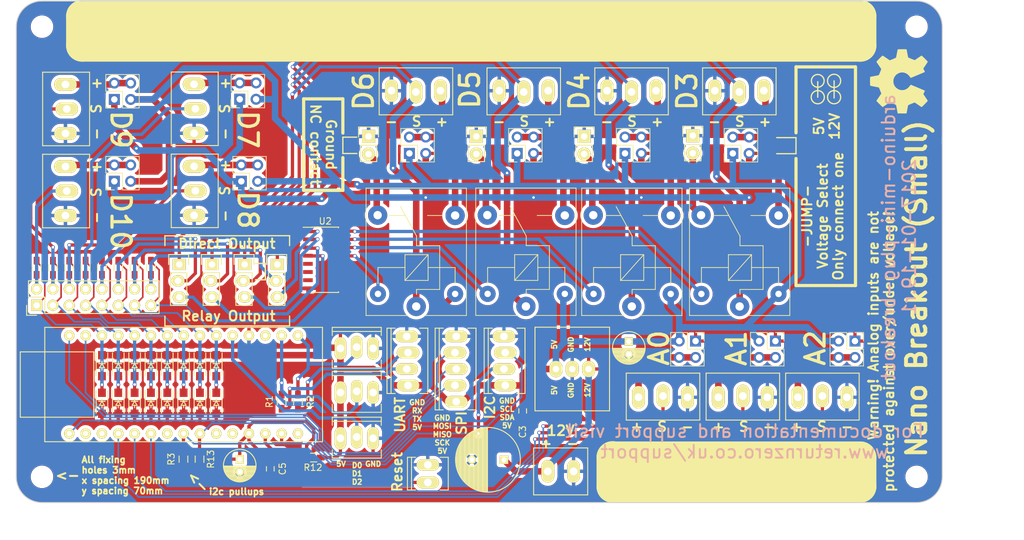
<source format=kicad_pcb>
(kicad_pcb (version 20221018) (generator pcbnew)
  (layers (0 "F.Cu" signal) (31 "B.Cu" signal) (34 "B.Paste" user) (35 "F.Paste" user) (36 "B.SilkS" user "B.Silkscreen") (37 "F.SilkS" user "F.Silkscreen") (38 "B.Mask" user) (39 "F.Mask" user) (44 "Edge.Cuts" user))
  (net 0 "")
  (net 1 "+12V")
  (net 2 "GND")
  (net 3 "+5V")
  (net 4 "/digital_io/GSEL3")
  (net 5 "/digital_io/D3-OUT")
  (net 6 "/digital_io/PSEL3")
  (net 7 "/digital_io/GSEL4")
  (net 8 "/digital_io/D4-OUT")
  (net 9 "/digital_io/PSEL4")
  (net 10 "/digital_io/GSEL5")
  (net 11 "/digital_io/D5-OUT")
  (net 12 "/digital_io/PSEL5")
  (net 13 "/digital_io/GSEL6")
  (net 14 "/digital_io/D6-OUT")
  (net 15 "/digital_io/PSEL6")
  (net 16 "/digital_io/D7-OUT")
  (net 17 "/digital_io/PSEL7")
  (net 18 "/digital_io/D8-OUT")
  (net 19 "/digital_io/PSEL8")
  (net 20 "/digital_io/D9-OUT")
  (net 21 "/digital_io/PSEL9")
  (net 22 "/digital_io/D10-OUT")
  (net 23 "/digital_io/PSEL10")
  (net 24 "/digital_io/D3-RLY")
  (net 25 "/digital_io/D5-RLY")
  (net 26 "/digital_io/D4-RLY")
  (net 27 "/digital_io/D6-RLY")
  (net 28 "/analog_io/A0")
  (net 29 "/analog_io/PSELA0")
  (net 30 "/analog_io/A1")
  (net 31 "/analog_io/PSELA1")
  (net 32 "/analog_io/A2")
  (net 33 "/analog_io/PSELA2")
  (net 34 "/misc_io/RST")
  (net 35 "/digital_io/RLY3")
  (net 36 "/digital_io/RLY4")
  (net 37 "/digital_io/RLY5")
  (net 38 "/digital_io/RLY6")
  (net 39 "/nano/D12/MISO")
  (net 40 "/nano/D11/MOSI")
  (net 41 "/nano/D13/SCK")
  (net 42 "/misc_io/TX")
  (net 43 "/misc_io/RX")
  (net 44 "/mode_selection/D3")
  (net 45 "/mode_selection/D5")
  (net 46 "/mode_selection/D7")
  (net 47 "/mode_selection/D9")
  (net 48 "/mode_selection/D4")
  (net 49 "/mode_selection/D6")
  (net 50 "/mode_selection/D8")
  (net 51 "/mode_selection/D10")
  (net 52 "/misc_io/D0")
  (net 53 "/misc_io/D1")
  (net 54 "/misc_io/D2")
  (net 55 "/mode_selection/D3-BYPASS")
  (net 56 "/mode_selection/D5-BYPASS")
  (net 57 "/mode_selection/D4-BYPASS")
  (net 58 "/mode_selection/D6-BYPASS")
  (net 59 "+5VARD")
  (net 60 "/nano/A4/SDA")
  (net 61 "/nano/A5/SCL")
  (footprint "Capacitors_ThroughHole:C_Radial_D10_L13_P5" (layer "F.Cu") (at 130.6 125.1 180)
    (fp_text reference "C1" hide)
    (fp_text value "100u")
  )
  (footprint "Capacitors_ThroughHole:C_Radial_D5_L11_P2" (layer "F.Cu") (at 150 106.7 -90)
    (fp_text reference "C2" hide)
    (fp_text value "10u")
  )
  (footprint "Capacitors_ThroughHole:C_Radial_D5_L11_P2" (layer "F.Cu") (at 89.5 125 -90)
    (fp_text reference "C4" hide)
    (fp_text value "10u")
  )
  (footprint "arduino:nano" (layer "F.Cu") (at 80.774 113.395 90)
    (fp_text reference "U1" hide)
    (fp_text value "arduino_nano")
  )
  (footprint "Pin_Headers:Pin_Header_Straight_2x08" (layer "F.Cu") (at 57.914 101.076 90)
    (fp_text reference "P1" hide)
    (fp_text value "CONN_02X08")
  )
  (footprint "footprints:DCDC-Conv_Recom_R-78HBxx-0.5" (layer "F.Cu") (at 143.75 110.982 180)
    (fp_text reference "REG1" hide)
    (fp_text value "RECOM")
  )
  (footprint "Mounting_Holes:MountingHole_3mm" (layer "F.Cu") (at 194.75 57.75)
    (fp_text reference "BRD2" hide)
    (fp_text value "MOUNTING-HOLE-2")
  )
  (footprint "Mounting_Holes:MountingHole_3mm" (layer "F.Cu") (at 194.75 127.75)
    (fp_text reference "BRD3" hide)
    (fp_text value "MOUNTING-HOLE-3")
  )
  (footprint "Mounting_Holes:MountingHole_3mm" (layer "F.Cu") (at 58.75 127.75)
    (fp_text reference "BRD4" hide)
    (fp_text value "MOUNTING-HOLE-4")
  )
  (footprint "OSHW-logo:OSHW-logo_silkscreen-front_10mm" (layer "F.Cu") (at 192 66.25 90)
    (fp_text reference "BRD5" hide)
    (fp_text value "OSHW-LOGO" hide)
  )
  (footprint "Mounting_Holes:MountingHole_3mm" (layer "F.Cu") (at 58.75 57.75)
    (fp_text reference "BRD1" hide)
    (fp_text value "MOUNTING-HOLE-1")
  )
  (footprint "terminal-blocks-3.81mm:Standard_3Way_OffsetHoles" (layer "F.Cu") (at 155.31977 115.273154)
    (fp_text reference "CONA0" hide)
    (fp_text value "PLUGGABLE" hide)
  )
  (footprint "terminal-blocks-3.81mm:Standard_3Way_OffsetHoles" (layer "F.Cu") (at 167.73577 115.273154)
    (fp_text reference "CONA1" hide)
    (fp_text value "PLUGGABLE" hide)
  )
  (footprint "terminal-blocks-3.81mm:Standard_3Way_OffsetHoles" (layer "F.Cu") (at 180.10577 115.273154)
    (fp_text reference "CONA2" hide)
    (fp_text value "PLUGGABLE" hide)
  )
  (footprint "terminal-blocks-3.81mm:Standard_3Way_OffsetHoles" (layer "F.Cu") (at 167.19 67.802 180)
    (fp_text reference "COND3" hide)
    (fp_text value "PLUGGABLE")
  )
  (footprint "terminal-blocks-3.81mm:Standard_3Way_OffsetHoles" (layer "F.Cu") (at 150.426 67.802 180)
    (fp_text reference "COND4" hide)
    (fp_text value "PLUGGABLE")
  )
  (footprint "terminal-blocks-3.81mm:Standard_3Way_OffsetHoles" (layer "F.Cu") (at 133.662 67.802 180)
    (fp_text reference "COND5" hide)
    (fp_text value "PLUGGABLE")
  )
  (footprint "terminal-blocks-3.81mm:Standard_3Way_OffsetHoles" (layer "F.Cu") (at 116.898 67.802 180)
    (fp_text reference "COND6" hide)
    (fp_text value "PLUGGABLE")
  )
  (footprint "terminal-blocks-3.81mm:Standard_3Way_OffsetHoles" (layer "F.Cu") (at 82.502 70.516 -90)
    (fp_text reference "COND7" hide)
    (fp_text value "PLUGGABLE" hide)
  )
  (footprint "terminal-blocks-3.81mm:Standard_3Way_OffsetHoles" (layer "F.Cu") (at 82.502 83.28 -90)
    (fp_text reference "COND8" hide)
    (fp_text value "PLUGGABLE" hide)
  )
  (footprint "terminal-blocks-3.81mm:Standard_3Way_OffsetHoles" (layer "F.Cu") (at 62.502 70.544 -90)
    (fp_text reference "COND9" hide)
    (fp_text value "PLUGGABLE" hide)
  )
  (footprint "terminal-blocks-3.81mm:Standard_3Way_OffsetHoles" (layer "F.Cu") (at 62.502 83.308 -90)
    (fp_text reference "COND10" hide)
    (fp_text value "PLUGGABLE" hide)
  )
  (footprint "pin-headers-pcb-lock:Pin_Header_Straight_1x02" (layer "F.Cu") (at 159.951 74.787)
    (fp_text reference "JP1" hide)
    (fp_text value "GSEL3")
  )
  (footprint "pin-headers-pcb-lock:Pin_Header_Straight_1x02" (layer "F.Cu") (at 143.06 74.914)
    (fp_text reference "JP2" hide)
    (fp_text value "GSEL4")
  )
  (footprint "pin-headers-pcb-lock:Pin_Header_Straight_1x02" (layer "F.Cu") (at 126.296 74.914)
    (fp_text reference "JP3" hide)
    (fp_text value "GSEL5")
  )
  (footprint "pin-headers-pcb-lock:Pin_Header_Straight_1x02" (layer "F.Cu") (at 109.532 74.914)
    (fp_text reference "JP4" hide)
    (fp_text value "GSEL6")
  )
  (footprint "pin-headers-pcb-lock:Pin_Header_Straight_1x03" (layer "F.Cu") (at 95.25 94.726)
    (fp_text reference "JP9" hide)
    (fp_text value "RLY_SEL3")
  )
  (footprint "pin-headers-pcb-lock:Pin_Header_Straight_1x03" (layer "F.Cu") (at 90.17 94.726)
    (fp_text reference "JP10" hide)
    (fp_text value "RLY_SEL3")
  )
  (footprint "pin-headers-pcb-lock:Pin_Header_Straight_1x03" (layer "F.Cu") (at 85.09 94.726)
    (fp_text reference "JP11" hide)
    (fp_text value "RLY_SEL3")
  )
  (footprint "pin-headers-pcb-lock:Pin_Header_Straight_1x03" (layer "F.Cu") (at 80 94.726)
    (fp_text reference "JP12" hide)
    (fp_text value "RLY_SEL3")
  )
  (footprint "terminal-blocks-3.81mm:Standard_2Way_OffsetHoles" (layer "F.Cu") (at 139.405 126.9)
    (fp_text reference "PCON1" hide)
    (fp_text value "12V")
  )
  (footprint "molex-kk254-pcb-lock:Socket_MOLEX-KK-RM2-54mm_Lock_5pin_straight" (layer "F.Cu") (at 123.065 110.982 90)
    (fp_text reference "COMM1" hide)
    (fp_text value "MOLEX")
  )
  (footprint "molex-kk254-pcb-lock:Socket_MOLEX-KK-RM2-54mm_Lock_4pin_straight" (layer "F.Cu") (at 130.685 109.712 90)
    (fp_text reference "COMM2" hide)
    (fp_text value "MOLEX")
  )
  (footprint "molex-kk254-pcb-lock:Socket_MOLEX-KK-RM2-54mm_Lock_4pin_straight" (layer "F.Cu") (at 115.572 109.712 90)
    (fp_text reference "COMM3" hide)
    (fp_text value "MOLEX")
  )
  (footprint "molex-kk254-pcb-lock:Socket_MOLEX-KK-RM2-54mm_Lock_3pin_straight" (layer "F.Cu") (at 107.698 107.68)
    (fp_text reference "IO0" hide)
    (fp_text value "MOLEX")
  )
  (footprint "molex-kk254-pcb-lock:Socket_MOLEX-KK-RM2-54mm_Lock_3pin_straight" (layer "F.Cu") (at 107.698 114.538)
    (fp_text reference "IO1" hide)
    (fp_text value "MOLEX")
  )
  (footprint "molex-kk254-pcb-lock:Socket_MOLEX-KK-RM2-54mm_Lock_3pin_straight" (layer "F.Cu") (at 107.698 121.65)
    (fp_text reference "IO2" hide)
    (fp_text value "MOLEX")
  )
  (footprint "molex-kk254-pcb-lock:Socket_MOLEX-KK-RM2-54mm_Lock_2pin_straight" (layer "F.Cu") (at 118.75 127.25 90)
    (fp_text reference "RST1" hide)
    (fp_text value "MOLEX")
  )
  (footprint "Capacitors_SMD:C_0603_HandSoldering" (layer "F.Cu") (at 133.5 117.5 -90)
    (fp_text reference "C3")
    (fp_text value "100n")
  )
  (footprint "Capacitors_SMD:C_0603_HandSoldering" (layer "F.Cu") (at 94.25 126.5 -90)
    (fp_text reference "C5")
    (fp_text value "100n")
  )
  (footprint "footprints:SOD-123" (layer "F.Cu") (at 85.854 110.466 -90)
    (fp_text reference "D1" hide)
    (fp_text value "ANY")
  )
  (footprint "footprints:SOD-123" (layer "F.Cu") (at 85.854 116.308 -90)
    (fp_text reference "D2" hide)
    (fp_text value "ANY")
  )
  (footprint "footprints:SOD-123" (layer "F.Cu") (at 83.314 110.466 -90)
    (fp_text reference "D3" hide)
    (fp_text value "ANY")
  )
  (footprint "footprints:SOD-123" (layer "F.Cu") (at 83.314 116.308 -90)
    (fp_text reference "D4" hide)
    (fp_text value "ANY")
  )
  (footprint "footprints:SOD-123" (layer "F.Cu") (at 80.774 110.466 -90)
    (fp_text reference "D5" hide)
    (fp_text value "ANY")
  )
  (footprint "footprints:SOD-123" (layer "F.Cu") (at 80.774 116.308 -90)
    (fp_text reference "D6" hide)
    (fp_text value "ANY")
  )
  (footprint "footprints:SOD-123" (layer "F.Cu") (at 78.234 110.466 -90)
    (fp_text reference "D7" hide)
    (fp_text value "ANY")
  )
  (footprint "footprints:SOD-123" (layer "F.Cu") (at 78.234 116.308 -90)
    (fp_text reference "D8" hide)
    (fp_text value "ANY")
  )
  (footprint "footprints:SOD-123" (layer "F.Cu") (at 75.694 110.466 -90)
    (fp_text reference "D9" hide)
    (fp_text value "ANY")
  )
  (footprint "footprints:SOD-123" (layer "F.Cu") (at 75.694 116.308 -90)
    (fp_text reference "D10" hide)
    (fp_text value "ANY")
  )
  (footprint "footprints:SOD-123" (layer "F.Cu") (at 73.154 110.466 -90)
    (fp_text reference "D11" hide)
    (fp_text value "ANY")
  )
  (footprint "footprints:SOD-123" (layer "F.Cu") (at 73.154 116.308 -90)
    (fp_text reference "D12" hide)
    (fp_text value "ANY")
  )
  (footprint "footprints:SOD-123" (layer "F.Cu") (at 70.614 110.466 -90)
    (fp_text reference "D13" hide)
    (fp_text value "ANY")
  )
  (footprint "footprints:SOD-123" (layer "F.Cu") (at 70.614 116.308 -90)
    (fp_text reference "D14" hide)
    (fp_text value "ANY")
  )
  (footprint "footprints:SOD-123" (layer "F.Cu") (at 68.074 110.466 -90)
    (fp_text reference "D15" hide)
    (fp_text value "ANY")
  )
  (footprint "footprints:SOD-123" (layer "F.Cu") (at 68.074 116.308 -90)
    (fp_text reference "D16" hide)
    (fp_text value "ANY")
  )
  (footprint "Resistors_SMD:R_0603_HandSoldering" (layer "F.Cu") (at 96.014 116.062 90)
    (fp_text reference "R1")
    (fp_text value "1K")
  )
  (footprint "Resistors_SMD:R_0603_HandSoldering" (layer "F.Cu") (at 98.554 116.062 90)
    (fp_text reference "R2")
    (fp_text value "1K")
  )
  (footprint "Resistors_SMD:R_0603_HandSoldering" (layer "F.Cu") (at 80.75 125 90)
    (fp_text reference "R3")
    (fp_text value "4K7")
  )
  (footprint "Resistors_SMD:R_0603_HandSoldering" (layer "F.Cu") (at 75.694 95.234 90)
    (fp_text reference "R4" hide)
    (fp_text value "10K")
  )
  (footprint "Resistors_SMD:R_0603_HandSoldering" (layer "F.Cu") (at 70.614 95.24062 90)
    (fp_text reference "R5" hide)
    (fp_text value "10K")
  )
  (footprint "Resistors_SMD:R_0603_HandSoldering" (layer "F.Cu") (at 65.534 95.22862 90)
    (fp_text reference "R6" hide)
    (fp_text value "10K")
  )
  (footprint "Resistors_SMD:R_0603_HandSoldering" (layer "F.Cu") (at 60.454 95.24062 90)
    (fp_text reference "R7" hide)
    (fp_text value "10K")
  )
  (footprint "Resistors_SMD:R_0603_HandSoldering" (layer "F.Cu") (at 73.154 95.234 90)
    (fp_text reference "R8" hide)
    (fp_text value "10K")
  )
  (footprint "Resistors_SMD:R_0603_HandSoldering" (layer "F.Cu") (at 68.074 95.22862 90)
    (fp_text reference "R9" hide)
    (fp_text value "10K")
  )
  (footprint "Resistors_SMD:R_0603_HandSoldering" (layer "F.Cu") (at 62.994 95.234 90)
    (fp_text reference "R10" hide)
    (fp_text value "10K")
  )
  (footprint "Resistors_SMD:R_0603_HandSoldering" (layer "F.Cu") (at 57.914 95.234 90)
    (fp_text reference "R11" hide)
    (fp_text value "10K")
  )
  (footprint "Resistors_SMD:R_0603_HandSoldering" (layer "F.Cu") (at 101 124.75)
    (fp_text reference "R12")
    (fp_text value "1R")
  )
  (footprint "Resistors_SMD:R_0603_HandSoldering" (layer "F.Cu") (at 83.25 125 90)
    (fp_text reference "R13")
    (fp_text value "4K7")
  )
  (footprint "Housings_SOIC:SOIC-16_3.9x9.9mm_Pitch1.27mm" (layer "F.Cu") (at 102.8 93.995)
    (fp_text reference "U2")
    (fp_text value "ULN2003")
  )
  (footprint "Pin_Headers:Pin_Header_Straight_2x02_Pitch2.54mm" (layer "F.Cu") (at 166.174 77.454 90)
    (fp_text reference "PSEL3" hide)
    (fp_text value "CONN_02X02")
  )
  (footprint "Pin_Headers:Pin_Header_Straight_2x02_Pitch2.54mm" (layer "F.Cu") (at 149.41 77.454 90)
    (fp_text reference "PSEL4" hide)
    (fp_text value "CONN_02X02")
  )
  (footprint "Pin_Headers:Pin_Header_Straight_2x02_Pitch2.54mm" (layer "F.Cu") (at 132.646 77.454 90)
    (fp_text reference "PSEL5" hide)
    (fp_text value "CONN_02X02")
  )
  (footprint "Pin_Headers:Pin_Header_Straight_2x02_Pitch2.54mm" (layer "F.Cu") (at 115.882 77.454 90)
    (fp_text reference "PSEL6" hide)
    (fp_text value "CONN_02X02")
  )
  (footprint "Pin_Headers:Pin_Header_Straight_2x02_Pitch2.54mm" (layer "F.Cu") (at 89.5 69.032 90)
    (fp_text reference "PSEL7" hide)
    (fp_text value "CONN_02X02")
  )
  (footprint "Pin_Headers:Pin_Header_Straight_2x02_Pitch2.54mm" (layer "F.Cu") (at 89.75 81.796 90)
    (fp_text reference "PSEL8" hide)
    (fp_text value "CONN_02X02")
  )
  (footprint "Pin_Headers:Pin_Header_Straight_2x02_Pitch2.54mm" (layer "F.Cu") (at 70 81.79 90)
    (fp_text reference "PSEL10" hide)
    (fp_text value "CONN_02X02")
  )
  (footprint "Pin_Headers:Pin_Header_Straight_2x02_Pitch2.54mm" (layer "F.Cu") (at 160.38377 106.637154 -90)
    (fp_text reference "PSELA0" hide)
    (fp_text value "CONN_02X02")
  )
  (footprint "Pin_Headers:Pin_Header_Straight_2x02_Pitch2.54mm" (layer "F.Cu") (at 172.79977 106.637154 -90)
    (fp_text reference "PSELA1" hide)
    (fp_text value "CONN_02X02")
  )
  (footprint "Pin_Headers:Pin_Header_Straight_2x02_Pitch2.54mm" (layer "F.Cu") (at 185.16977 106.637154 -90)
    (fp_text reference "PSELA2" hide)
    (fp_text value "CONN_02X02")
  )
  (footprint "Pin_Headers:Pin_Header_Straight_2x02_Pitch2.54mm" (layer "F.Cu") (at 70 69.06 90)
    (fp_text reference "PSEL9" hide)
    (fp_text value "CONN_02X02")
  )
  (footprint "Relays_THT:Relay_SPDT_SANYOU_SRD_Series_Form_C" (layer "F.Cu") (at 167.236 101.256 90)
    (fp_text reference "RLY1" hide)
    (fp_text value "relay-spdt")
  )
  (footprint "Relays_THT:Relay_SPDT_SANYOU_SRD_Series_Form_C" (layer "F.Cu") (at 150.472 101.256 90)
    (fp_text reference "RLY2" hide)
    (fp_text value "relay-spdt")
  )
  (footprint "Relays_THT:Relay_SPDT_SANYOU_SRD_Series_Form_C" (layer "F.Cu") (at 134 101.248 90)
    (fp_text reference "RLY3" hide)
    (fp_text value "relay-spdt")
  )
  (footprint "Relays_THT:Relay_SPDT_SANYOU_SRD_Series_Form_C" (layer "F.Cu") (at 116.944 101.256 90)
    (fp_text reference "RLY4" hide)
    (fp_text value "relay-spdt")
  )
  (gr_line (start 105.535 68.977) (end 105.537 74.295) (stroke (width 0.5)) (layer "F.SilkS"))
  (gr_line (start 105.535 68.977) (end 99.439 68.977) (stroke (width 0.5)) (layer "F.SilkS"))
  (gr_line (start 186 124.75) (end 186 129.25) (stroke (width 5)) (layer "F.SilkS"))
  (gr_line (start 186 124.75) (end 147.482 124.75) (stroke (width 5)) (layer "F.SilkS"))
  (gr_line (start 147.482 129.25) (end 186 129.25) (stroke (width 5)) (layer "F.SilkS"))
  (gr_line (start 147.482 124.698) (end 147.482 129.27) (stroke (width 5)) (layer "F.SilkS"))
  (gr_line (start 176 77.5) (end 176 75) (stroke (width 0.2)) (layer "F.SilkS"))
  (gr_line (start 176 75) (end 173 75) (stroke (width 0.2)) (layer "F.SilkS"))
  (gr_line (start 173 77.5) (end 176 77.5) (stroke (width 0.2)) (layer "F.SilkS"))
  (gr_line (start 176 64) (end 176 74.25) (stroke (width 0.5)) (layer "F.SilkS"))
  (gr_line (start 185.25 98) (end 185.25 64) (stroke (width 0.5)) (layer "F.SilkS"))
  (gr_line (start 176 98) (end 185.25 98) (stroke (width 0.5)) (layer "F.SilkS"))
  (gr_line (start 176 78.25) (end 176 98) (stroke (width 0.5)) (layer "F.SilkS"))
  (gr_line (start 65 60.69) (end 65 56.118) (stroke (width 5)) (layer "F.SilkS"))
  (gr_line (start 99.439 68.977) (end 99.439 83.201) (stroke (width 0.5)) (layer "F.SilkS"))
  (gr_line (start 93.482 94.569) (end 91.958 94.569) (stroke (width 0.2)) (layer "F.SilkS"))
  (gr_line (start 93.482 97.109) (end 91.958 97.109) (stroke (width 0.2)) (layer "F.SilkS"))
  (gr_line (start 93.482 97.109) (end 93.482 94.569) (stroke (width 0.2)) (layer "F.SilkS"))
  (gr_line (start 77.867 90.268) (end 77.867 91.792) (stroke (width 0.2)) (layer "F.SilkS"))
  (gr_line (start 97.25 90.25) (end 77.867 90.268) (stroke (width 0.2)) (layer "F.SilkS"))
  (gr_line (start 185.25 64) (end 176 64) (stroke (width 0.5)) (layer "F.SilkS"))
  (gr_line (start 105.535 83.201) (end 99.439 83.201) (stroke (width 0.5)) (layer "F.SilkS"))
  (gr_line (start 105.537 78.105) (end 105.535 83.201) (stroke (width 0.5)) (layer "F.SilkS"))
  (gr_line (start 97.25 90.268) (end 97.25 91.792) (stroke (width 0.2)) (layer "F.SilkS"))
  (gr_line (start 77.867 104.292) (end 97.25 104.274) (stroke (width 0.2)) (layer "F.SilkS"))
  (gr_line (start 77.867 104.292) (end 77.867 102.768) (stroke (width 0.2)) (layer "F.SilkS"))
  (gr_line (start 97.25 104.274) (end 97.25 102.75) (stroke (width 0.2)) (layer "F.SilkS"))
  (gr_line (start 179.383 66.299) (end 179.383 68.712) (stroke (width 0.2)) (layer "F.SilkS"))
  (gr_line (start 181.923 66.172) (end 181.923 68.839) (stroke (width 0.2)) (layer "F.SilkS"))
  (gr_line (start 65 60.69) (end 186 60.69) (stroke (width 5)) (layer "F.SilkS"))
  (gr_line (start 105.537 74.93) (end 105.537 77.47) (stroke (width 0.2)) (layer "F.SilkS"))
  (gr_line (start 105.537 77.47) (end 107.696 77.47) (stroke (width 0.2)) (layer "F.SilkS"))
  (gr_line (start 186 60.69) (end 186 56.118) (stroke (width 5)) (layer "F.SilkS"))
  (gr_line (start 107.696 74.93) (end 105.537 74.93) (stroke (width 0.2)) (layer "F.SilkS"))
  (gr_circle (center 179.383 66.172) (end 180.018 65.41) (stroke (width 0.2)) (fill none) (layer "F.SilkS"))
  (gr_line (start 186 56.118) (end 65 56.118) (stroke (width 5)) (layer "F.SilkS"))
  (gr_circle (center 181.923 66.172) (end 182.431 65.283) (stroke (width 0.2)) (fill none) (layer "F.SilkS"))
  (gr_circle (center 179.383 68.712) (end 179.891 67.823) (stroke (width 0.2)) (fill none) (layer "F.SilkS"))
  (gr_circle (center 181.923 68.712) (end 182.431 67.823) (stroke (width 0.2)) (fill none) (layer "F.SilkS"))
  (gr_arc (start 58.75 131.75) (mid 55.921573 130.578427) (end 54.75 127.75) (stroke (width 0.15)) (layer "Edge.Cuts"))
  (gr_line (start 194.75 131.75) (end 58.75 131.75) (stroke (width 0.15)) (layer "Edge.Cuts"))
  (gr_arc (start 198.75 127.75) (mid 197.578427 130.578427) (end 194.75 131.75) (stroke (width 0.15)) (layer "Edge.Cuts"))
  (gr_arc (start 54.75 57.75) (mid 55.921573 54.921573) (end 58.75 53.75) (stroke (width 0.15)) (layer "Edge.Cuts"))
  (gr_line (start 198.75 127.75) (end 198.75 57.75) (stroke (width 0.15)) (layer "Edge.Cuts"))
  (gr_arc (start 194.75 53.75) (mid 197.578427 54.921573) (end 198.75 57.75) (stroke (width 0.15)) (layer "Edge.Cuts"))
  (gr_line (start 58.75 53.75) (end 194.75 53.75) (stroke (width 0.15)) (layer "Edge.Cuts"))
  (gr_line (start 54.75 127.75) (end 54.75 57.75) (stroke (width 0.15)) (layer "Edge.Cuts"))
  (gr_text "arduino-mini-plug-breakout\n2017-01-19.r1" (at 192 90.5 90) (layer "B.SilkS") (effects (font (size 2 2) (thickness 0.3)) (justify mirror)))
  (gr_text "For documentation and support visit\nwww.returnzero.co.uk/support" (at 168 122.25) (layer "B.SilkS") (effects (font (size 2 2) (thickness 0.3)) (justify mirror)))
  (gr_text "D4" (at 142.298 67.802 90) (layer "F.SilkS") (effects (font (size 3 3) (thickness 0.5))))
  (gr_text "D5" (at 125.28 67.548 90) (layer "F.SilkS") (effects (font (size 3 3) (thickness 0.5))))
  (gr_text "D6" (at 108.77 67.802 90) (layer "F.SilkS") (effects (font (size 3 3) (thickness 0.5))))
  (gr_text "D7" (at 90.75 73.75 270) (layer "F.SilkS") (effects (font (size 3 3) (thickness 0.5))))
  (gr_text "D8" (at 90.75 86.25 270) (layer "F.SilkS") (effects (font (size 3 3) (thickness 0.5))))
  (gr_text "D9" (at 71 73.75 270) (layer "F.SilkS") (effects (font (size 3 3) (thickness 0.5))))
  (gr_text "D10" (at 71 88 270) (layer "F.SilkS") (effects (font (size 3 3) (thickness 0.5))))
  (gr_text "-JUMP-\nVoltage Select\nOnly connect one" (at 180.148 87.208 90) (layer "F.SilkS") (effects (font (size 1.5 1.5) (thickness 0.3))))
  (gr_text "A2\n" (at 179 107.7 90) (layer "F.SilkS") (effects (font (size 3 3) (thickness 0.5))))
  (gr_text "A1" (at 166.75 107.75 90) (layer "F.SilkS") (effects (font (size 3 3) (thickness 0.5))))
  (gr_text "A0" (at 154.7 107.7 90) (layer "F.SilkS") (effects (font (size 3 3) (thickness 0.5))))
  (gr_text "Relay Output" (at 87.75 102.75) (layer "F.SilkS") (effects (font (size 1.5 1.5) (thickness 0.3))))
  (gr_text "Direct Output" (at 87.5 91.5) (layer "F.SilkS") (effects (font (size 1.5 1.5) (thickness 0.3))))
  (gr_text "UART" (at 114.429 118.094 90) (layer "F.SilkS") (effects (font (size 1.5 1.5) (thickness 0.3))))
  (gr_text "SPI" (at 124 119.364 90) (layer "F.SilkS") (effects (font (size 1.5 1.5) (thickness 0.3))))
  (gr_text "I2C" (at 128.399 116.951 90) (layer "F.SilkS") (effects (font (size 1.5 1.5) (thickness 0.3))))
  (gr_text "5V\n12V" (at 180.783 73.238 90) (layer "F.SilkS") (effects (font (size 1.5 1.5) (thickness 0.3))))
  (gr_text "GND\nMOSI\nMISO\nSCK\n5V" (at 121 121.158) (layer "F.SilkS") (effects (font (size 0.8 0.8) (thickness 0.2))))
  (gr_text "GND\nSCL\nSDA\n5V" (at 131.064 117.856) (layer "F.SilkS") (effects (font (size 0.8 0.8) (thickness 0.2))))
  (gr_text "5V\n\nGND\n\n12V" (at 141 114.284 90) (layer "F.SilkS") (effects (font (size 0.8 0.8) (thickness 0.2))))
  (gr_text "5V\n\nGND\n\n12V" (at 141 107.172 90) (layer "F.SilkS") (effects (font (size 0.8 0.8) (thickness 0.2))))
  (gr_text "Reset" (at 114 127 90) (layer "F.SilkS") (effects (font (size 1.5 1.5) (thickness 0.3))))
  (gr_text "-  S  +" (at 150.5 72.5) (layer "F.SilkS") (effects (font (size 1.5 1.5) (thickness 0.3))))
  (gr_text "-  S  +" (at 117 72.5) (layer "F.SilkS") (effects (font (size 1.5 1.5) (thickness 0.3))))
  (gr_text "-  S  +" (at 87.2 70.5 90) (layer "F.SilkS") (effects (font (size 1.5 1.5) (thickness 0.3))))
  (gr_text "-  S  +" (at 87.2 83.25 90) (layer "F.SilkS") (effects (font (size 1.5 1.5) (thickness 0.3))))
  (gr_text "-  S  +" (at 67.2 70.5 90) (layer "F.SilkS") (effects (font (size 1.5 1.5) (thickness 0.3))))
  (gr_text "-  S  +" (at 67.2 83.5 90) (layer "F.SilkS") (effects (font (size 1.5 1.5) (thickness 0.3))))
  (gr_text "-  S  +" (at 133.75 72.5) (layer "F.SilkS") (effects (font (size 1.5 1.5) (thickness 0.3))))
  (gr_text "+  S  -" (at 180.02777 119.953154) (layer "F.SilkS") (effects (font (size 1.5 1.5) (thickness 0.3))))
  (gr_text "+  S  -" (at 167.87777 119.953154) (layer "F.SilkS") (effects (font (size 1.5 1.5) (thickness 0.3))))
  (gr_text "+  S  -" (at 155.17777 119.953154) (layer "F.SilkS") (effects (font (size 1.5 1.5) (thickness 0.3))))
  (gr_text "5V" (at 105.25 125.75) (layer "F.SilkS") (effects (font (size 0.8 0.8) (thickness 0.2))))
  (gr_text "D0\nD1\nD2" (at 107.75 127.25) (layer "F.SilkS") (effects (font (size 0.8 0.8) (thickness 0.2))))
  (gr_text "GND" (at 110.25 125.75) (layer "F.SilkS") (effects (font (size 0.8 0.8) (thickness 0.2))))
  (gr_text "i2c pullups" (at 84.582 130.048) (layer "F.SilkS") (effects (font (size 1 1) (thickness 0.25)) (justify left)))
  (gr_text "<-" (at 83.058 128.524 315) (layer "F.SilkS") (effects (font (size 1.5 1.5) (thickness 0.3))))
  (gr_text "Ground\nNC contact" (at 102.487 76.089 270) (layer "F.SilkS") (effects (font (size 1.5 1.5) (thickness 0.3))))
  (gr_text "+  -" (at 139.194 122.539) (layer "F.SilkS") (effects (font (size 1.5 1.5) (thickness 0.3))))
  (gr_text "Warning! Analog inputs are not\nprotected against over/under voltage!" (at 189.25 86.25 90) (layer "F.SilkS") (effects (font (size 1.5 1.5) (thickness 0.3)) (justify right)))
  (gr_text "<-" (at 62.738 127.5) (layer "F.SilkS") (effects (font (size 1.5 1.5) (thickness 0.3))))
  (gr_text "D3" (at 159.062 67.802 90) (layer "F.SilkS") (effects (font (size 3 3) (thickness 0.5))))
  (gr_text "All fixing\nholes 3mm\nx spacing 190mm\ny spacing 70mm" (at 64.77 127.508) (layer "F.SilkS") (effects (font (size 1 1) (thickness 0.25)) (justify left)))
  (gr_text "-  S  +" (at 167.25 72.5) (layer "F.SilkS") (effects (font (size 1.5 1.5) (thickness 0.3))))
  (gr_text "GND\nRX\nTX\n5V" (at 117.094 118.11) (layer "F.SilkS") (effects (font (size 0.8 0.8) (thickness 0.2))))
  (gr_text "Nano Breakout (Small)" (at 194.75 98.5 90) (layer "F.SilkS") (effects (font (size 3 3) (thickness 0.6))))
  (segment (start 132.4 126.9) (end 130.6 125.1) (width 1.016) (layer "F.Cu") (net 1))
  (segment (start 118.422 84.312) (end 118.422 77.454) (width 1.016) (layer "F.Cu") (net 1))
  (segment (start 168.714 84.312) (end 168.714 77.454) (width 1.016) (layer "F.Cu") (net 1))
  (segment (start 137.4 126.9) (end 132.4 126.9) (width 1.016) (layer "F.Cu") (net 1))
  (segment (start 151.95 84.312) (end 151.95 77.454) (width 1.016) (layer "F.Cu") (net 1))
  (segment (start 135.186 84.312) (end 135.186 77.454) (width 1.016) (layer "F.Cu") (net 1))
  (segment (start 78.5 71.52) (end 76.04 69.06) (width 1.016) (layer "F.Cu") (net 1))
  (segment (start 77.242081 81.79) (end 78.5 80.532081) (width 1.016) (layer "F.Cu") (net 1))
  (segment (start 78.5 80.532081) (end 78.5 71.52) (width 1.016) (layer "F.Cu") (net 1))
  (segment (start 72.54 81.79) (end 77.242081 81.79) (width 1.016) (layer "F.Cu") (net 1))
  (segment (start 76.04 69.06) (end 72.54 69.06) (width 1.016) (layer "F.Cu") (net 1))
  (via (at 151.95 84.312) (size 0.6) (drill 0.4) (layers "F.Cu" "B.Cu") (net 1))
  (via (at 118.422 84.312) (size 0.6) (drill 0.4) (layers "F.Cu" "B.Cu") (net 1))
  (via (at 168.714 84.312) (size 0.6) (drill 0.4) (layers "F.Cu" "B.Cu") (net 1))
  (via (at 135.186 84.312) (size 0.6) (drill 0.4) (layers "F.Cu" "B.Cu") (net 1))
  (segment (start 105.25 82.25) (end 107.312 84.312) (width 1.016) (layer "B.Cu") (net 1))
  (segment (start 95 72) (end 102.256 79.256) (width 1.016) (layer "B.Cu") (net 1))
  (segment (start 102.256 79.256) (end 105.25 82.25) (width 1.016) (layer "B.Cu") (net 1))
  (segment (start 95 66.25) (end 93 64.25) (width 1.016) (layer "B.Cu") (net 1))
  (segment (start 143.75 119.79943) (end 143.75 110.982) (width 1.016) (layer "B.Cu") (net 1))
  (segment (start 107.312 84.312) (end 118.422 84.312) (width 1.016) (layer "B.Cu") (net 1))
  (segment (start 92.04 69.032) (end 94.968 69.032) (width 1.016) (layer "B.Cu") (net 1))
  (segment (start 76.04 69.06) (end 72.54 69.06) (width 1.016) (layer "B.Cu") (net 1))
  (segment (start 92.29 81.796) (end 104.796 81.796) (width 1.016) (layer "B.Cu") (net 1))
  (segment (start 135.186 84.312) (end 118.422 84.312) (width 1.016) (layer "B.Cu") (net 1))
  (segment (start 137.4 126.9) (end 137.4 126.14943) (width 1.016) (layer "B.Cu") (net 1))
  (segment (start 93 64.25) (end 80.85 64.25) (width 1.016) (layer "B.Cu") (net 1))
  (segment (start 137.4 126.14943) (end 143.75 119.79943) (width 1.016) (layer "B.Cu") (net 1))
  (segment (start 151.95 84.312) (end 135.186 84.312) (width 1.016) (layer "B.Cu") (net 1))
  (segment (start 95 69) (end 95 72) (width 1.016) (layer "B.Cu") (net 1))
  (segment (start 168.714 84.312) (end 151.95 84.312) (width 1.016) (layer "B.Cu") (net 1))
  (segment (start 80.85 64.25) (end 76.04 69.06) (width 1.016) (layer "B.Cu") (net 1))
  (segment (start 94.968 69.032) (end 95 69) (width 1.016) (layer "B.Cu") (net 1))
  (segment (start 104.796 81.796) (end 105.25 82.25) (width 1.016) (layer "B.Cu") (net 1))
  (segment (start 95 69) (end 95 66.25) (width 1.016) (layer "B.Cu") (net 1))
  (segment (start 78.234 108.831) (end 75.694 108.831) (width 1.016) (layer "F.Cu") (net 3))
  (segment (start 129.542 113.522) (end 126.77594 113.522) (width 1.016) (layer "F.Cu") (net 3))
  (segment (start 107.75 82.25) (end 104.5 82.25) (width 1.016) (layer "F.Cu") (net 3))
  (segment (start 122.684 116.062) (end 121.83437 116.062) (width 1.016) (layer "F.Cu") (net 3))
  (segment (start 75.694 108.831) (end 73.154 108.831) (width 1.016) (layer "F.Cu") (net 3))
  (segment (start 105.158 121.65) (end 105.158 114.538) (width 1.016) (layer "F.Cu") (net 3))
  (segment (start 133.5 116.55) (end 133.5 113.538) (width 1.016) (layer "F.Cu") (net 3))
  (segment (start 112.80594 113.522) (end 110.26594 110.982) (width 1.016) (layer "F.Cu") (net 3))
  (segment (start 105.158 104.378) (end 105.158 107.68) (width 0.508) (layer "F.Cu") (net 3))
  (segment (start 104.5 124.75) (end 105.158 124.092) (width 0.508) (layer "F.Cu") (net 3))
  (segment (start 115.572 113.522) (end 112.80594 113.522) (width 1.016) (layer "F.Cu") (net 3))
  (segment (start 119.29437 113.522) (end 119.29437 103.00563) (width 1.016) (layer "F.Cu") (net 3))
  (segment (start 73.25 76.5) (end 73.430243 76.680243) (width 1.016) (layer "F.Cu") (net 3))
  (segment (start 105.158 114.538) (end 105.158 110.982) (width 1.016) (layer "F.Cu") (net 3))
  (segment (start 105.5 104.036) (end 105.5 98.44) (width 0.508) (layer "F.Cu") (net 3))
  (segment (start 119.29437 113.522) (end 115.572 113.522) (width 1.016) (layer "F.Cu") (net 3))
  (segment (start 119.29437 103.00563) (end 122.994 99.306) (width 1.016) (layer "F.Cu") (net 3))
  (segment (start 121.83437 116.062) (end 119.29437 113.522) (width 1.016) (layer "F.Cu") (net 3))
  (segment (start 70 73.25) (end 70 69.06) (width 1.016) (layer "F.Cu") (net 3))
  (segment (start 85.854 108.831) (end 102.356 108.831) (width 1.016) (layer "F.Cu") (net 3))
  (segment (start 102.356 108.831) (end 103.507 107.68) (width 1.016) (layer "F.Cu") (net 3))
  (segment (start 133.5 111.864) (end 134.382 110.982) (width 1.016) (layer "F.Cu") (net 3))
  (segment (start 133.5 113.538) (end 130.801 113.538) (width 1.016) (layer "F.Cu") (net 3))
  (segment (start 133.5 113.538) (end 133.5 111.864) (width 1.016) (layer "F.Cu") (net 3))
  (segment (start 72.25 75.5) (end 73.25 76.5) (width 1.016) (layer "F.Cu") (net 3))
  (segment (start 72.25 75.5) (end 70 73.25) (width 1.016) (layer "F.Cu") (net 3))
  (segment (start 103.507 107.68) (end 105.158 107.68) (width 1.016) (layer "F.Cu") (net 3))
  (segment (start 124.23594 116.062) (end 122.684 116.062) (width 1.016) (layer "F.Cu") (net 3))
  (segment (start 134.382 110.982) (end 138.67 110.982) (width 1.016) (layer "F.Cu") (net 3))
  (segment (start 110.26594 110.982) (end 105.158 110.982) (width 1.016) (layer "F.Cu") (net 3))
  (segment (start 130.801 113.538) (end 130.785 113.522) (width 1.016) (layer "F.Cu") (net 3))
  (segment (start 83.314 108.831) (end 80.774 108.831) (width 1.016) (layer "F.Cu") (net 3))
  (segment (start 104.5 82.25) (end 102.25 84.5) (width 1.016) (layer "F.Cu") (net 3))
  (segment (start 105.158 110.982) (end 105.158 107.68) (width 1.016) (layer "F.Cu") (net 3))
  (segment (start 105.158 124.092) (end 105.158 121.75) (width 0.508) (layer "F.Cu") (net 3))
  (segment (start 85.854 108.831) (end 83.314 108.831) (width 1.016) (layer "F.Cu") (net 3))
  (segment (start 70.614 108.831) (end 68.074 108.831) (width 1.016) (layer "F.Cu") (net 3))
  (segment (start 80.774 108.831) (end 78.234 108.831) (width 1.016) (layer "F.Cu") (net 3))
  (segment (start 102.1 124.75) (end 104.5 124.75) (width 0.508) (layer "F.Cu") (net 3))
  (segment (start 126.77594 113.522) (end 124.23594 116.062) (width 1.016) (layer "F.Cu") (net 3))
  (segment (start 73.154 108.831) (end 70.614 108.831) (width 1.016) (layer "F.Cu") (net 3))
  (segment (start 105.158 104.378) (end 105.5 104.036) (width 0.508) (layer "F.Cu") (net 3))
  (via (at 107.75 82.25) (size 0.6) (drill 0.4) (layers "F.Cu" "B.Cu") (net 3))
  (via (at 73.430243 76.680243) (size 0.6) (drill 0.4) (layers "F.Cu" "B.Cu") (net 3))
  (via (at 102.25 84.5) (size 0.6) (drill 0.4) (layers "F.Cu" "B.Cu") (net 3))
  (segment (start 78.75 83.25) (end 78.75 78) (width 1.016) (layer "B.Cu") (net 3))
  (segment (start 87.884 81.796) (end 86.5 80.412) (width 1.016) (layer "B.Cu") (net 3))
  (segment (start 169.3 104.5) (end 165.9 104.5) (width 1.016) (layer "B.Cu") (net 3))
  (segment (start 168.092 104.5) (end 165.9 104.5) (width 1.016) (layer "B.Cu") (net 3))
  (segment (start 138.67 108.13) (end 140.1 106.7) (width 1.016) (layer "B.Cu") (net 3))
  (segment (start 89.75 81.796) (end 87.884 81.796) (width 1.016) (layer "B.Cu") (net 3))
  (segment (start 89.75 83.662) (end 89.75 81.796) (width 1.016) (layer "B.Cu") (net 3))
  (segment (start 179.837154 106.637154) (end 177.7 104.5) (width 1.016) (layer "B.Cu") (net 3))
  (segment (start 157.94377 104.5) (end 157.84377 104.4) (width 1.016) (layer "B.Cu") (net 3))
  (segment (start 140.1 106.7) (end 139.82 106.42) (width 1.016) (layer "B.Cu") (net 3))
  (segment (start 132.646 77.354) (end 132.646 82.532) (width 1.016) (layer "B.Cu") (net 3))
  (segment (start 138.67 110.982) (end 138.67 108.13) (width 1.016) (layer "B.Cu") (net 3))
  (segment (start 170.25977 106.637154) (end 169.3 105.677384) (width 1.016) (layer "B.Cu") (net 3))
  (segment (start 132.644 82.534) (end 119.096 82.534) (width 1.016) (layer "B.Cu") (net 3))
  (segment (start 77.75 84.25) (end 78.75 83.25) (width 1.016) (layer "B.Cu") (net 3))
  (segment (start 166.174 82.532) (end 166.174 77.354) (width 1.016) (layer "B.Cu") (net 3))
  (segment (start 157.84377 104.4) (end 157.84377 102.395536) (width 1.016) (layer "B.Cu") (net 3))
  (segment (start 132.646 82.532) (end 132.644 82.534) (width 1.016) (layer "B.Cu") (net 3))
  (segment (start 149.408 82.534) (end 132.644 82.534) (width 1.016) (layer "B.Cu") (net 3))
  (segment (start 73.75 77) (end 73.430243 76.680243) (width 1.016) (layer "B.Cu") (net 3))
  (segment (start 182.62977 106.637154) (end 179.837154 106.637154) (width 1.016) (layer "B.Cu") (net 3))
  (segment (start 157.84377 106.637154) (end 157.84377 104.4) (width 1.016) (layer "B.Cu") (net 3))
  (segment (start 165.9 104.5) (end 157.94377 104.5) (width 1.016) (layer "B.Cu") (net 3))
  (segment (start 173.286 99.306) (end 168.092 104.5) (width 1.016) (layer "B.Cu") (net 3))
  (segment (start 108.034 82.534) (end 107.75 82.25) (width 1.016) (layer "B.Cu") (net 3))
  (segment (start 166.172 82.534) (end 173.794 82.534) (width 1.016) (layer "B.Cu") (net 3))
  (segment (start 157.780924 106.7) (end 157.84377 106.637154) (width 1.016) (layer "B.Cu") (net 3))
  (segment (start 84 77) (end 79.75 77) (width 1.016) (layer "B.Cu") (net 3))
  (segment (start 89.5 76.5) (end 86.5 79.5) (width 1.016) (layer "B.Cu") (net 3))
  (segment (start 140.1 106.7) (end 150 106.7) (width 1.016) (layer "B.Cu") (net 3))
  (segment (start 166.172 82.534) (end 166.174 82.532) (width 1.016) (layer "B.Cu") (net 3))
  (segment (start 102.25 84.5) (end 90.588 84.5) (width 1.016) (layer "B.Cu") (net 3))
  (segment (start 157.84377 102.395536) (end 156.522 101.073766) (width 1.016) (layer "B.Cu") (net 3))
  (segment (start 89.5 69.032) (end 89.5 76.5) (width 1.016) (layer "B.Cu") (net 3))
  (segment (start 173.794 82.534) (end 176.334 85.074) (width 1.016) (layer "B.Cu") (net 3))
  (segment (start 150 106.7) (end 157.780924 106.7) (width 1.016) (layer "B.Cu") (net 3))
  (segment (start 70 83.656) (end 70.594 84.25) (width 1.016) (layer "B.Cu") (net 3))
  (segment (start 166.172 82.534) (end 149.408 82.534) (width 1.016) (layer "B.Cu") (net 3))
  (segment (start 149.41 82.532) (end 149.41 77.354) (width 1.016) (layer "B.Cu") (net 3))
  (segment (start 176.334 96.258) (end 173.286 99.306) (width 1.016) (layer "B.Cu") (net 3))
  (segment (start 86.5 79.5) (end 84 77) (width 1.016) (layer "B.Cu") (net 3))
  (segment (start 177.7 104.5) (end 169.3 104.5) (width 1.016) (layer "B.Cu") (net 3))
  (segment (start 79.75 77) (end 73.75 77) (width 1.016) (layer "B.Cu") (net 3))
  (segment (start 169.3 105.677384) (end 169.3 104.5) (width 1.016) (layer "B.Cu") (net 3))
  (segment (start 149.408 82.534) (end 149.41 82.532) (width 1.016) (layer "B.Cu") (net 3))
  (segment (start 90.588 84.5) (end 89.75 83.662) (width 1.016) (layer "B.Cu") (net 3))
  (segment (start 157.03 99.814) (end 156.522 99.306) (width 1.016) (layer "B.Cu") (net 3))
  (segment (start 139.82 106.42) (end 139.82 99.298) (width 1.016) (layer "B.Cu") (net 3))
  (segment (start 86.5 80.412) (end 86.5 79.5) (width 1.016) (layer "B.Cu") (net 3))
  (segment (start 70 81.79) (end 70 83.656) (width 1.016) (layer "B.Cu") (net 3))
  (segment (start 115.882 79.32) (end 115.882 77.454) (width 1.016) (layer "B.Cu") (net 3))
  (segment (start 156.522 101.073766) (end 156.522 99.306) (width 1.016) (layer "B.Cu") (net 3))
  (segment (start 119.096 82.534) (end 115.882 79.32) (width 1.016) (layer "B.Cu") (net 3))
  (segment (start 70.594 84.25) (end 77.75 84.25) (width 1.016) (layer "B.Cu") (net 3))
  (segment (start 176.334 85.074) (end 176.334 96.258) (width 1.016) (layer "B.Cu") (net 3))
  (segment (start 119.096 82.534) (end 108.034 82.534) (width 1.016) (layer "B.Cu") (net 3))
  (segment (start 78.75 78) (end 79.75 77) (width 1.016) (layer "B.Cu") (net 3))
  (segment (start 159.951 77.427) (end 159.951 85.771) (width 1.016) (layer "F.Cu") (net 4))
  (segment (start 159.951 85.771) (end 161.236 87.056) (width 1.016) (layer "F.Cu") (net 4))
  (segment (start 101.25 67.5) (end 97.75 64) (width 0.508) (layer "F.Cu") (net 5))
  (segment (start 99.75 84.5) (end 101.25 83) (width 0.508) (layer "F.Cu") (net 5))
  (segment (start 99.75 84.5) (end 95.35 88.9) (width 0.508) (layer "F.Cu") (net 5))
  (segment (start 167.236 84.628) (end 163.634 81.026) (width 1.016) (layer "F.Cu") (net 5))
  (segment (start 167.236 101.256) (end 167.236 84.628) (width 1.016) (layer "F.Cu") (net 5))
  (segment (start 101.25 83) (end 101.25 67.5) (width 0.508) (layer "F.Cu") (net 5))
  (segment (start 95.35 88.9) (end 95.35 94.726) (width 0.508) (layer "F.Cu") (net 5))
  (via (at 163.634 81.026) (size 0.6) (drill 0.4) (layers "F.Cu" "B.Cu") (net 5))
  (via (at 97.75 64) (size 0.6) (drill 0.4) (layers "F.Cu" "B.Cu") (net 5))
  (segment (start 167.19 67.152) (end 167.19 67.902) (width 0.508) (layer "B.Cu") (net 5))
  (segment (start 160.538 60.5) (end 160.788 60.75) (width 0.508) (layer "B.Cu") (net 5))
  (segment (start 167.19 68.55257) (end 163.634 72.10857) (width 1.016) (layer "B.Cu") (net 5))
  (segment (start 101.25 60.5) (end 160.538 60.5) (width 0.508) (layer "B.Cu") (net 5))
  (segment (start 167.19 67.05143) (end 167.19 68.55257) (width 1.016) (layer "B.Cu") (net 5))
  (segment (start 97.75 64) (end 101.25 60.5) (width 0.508) (layer "B.Cu") (net 5))
  (segment (start 163.634 72.10857) (end 163.634 81.026) (width 1.016) (layer "B.Cu") (net 5))
  (segment (start 160.788 60.75) (end 167.19 67.152) (width 0.508) (layer "B.Cu") (net 5))
  (segment (start 173.286 75.724686) (end 172.475314 74.914) (width 1.016) (layer "F.Cu") (net 6))
  (segment (start 166.174 74.914) (end 168.714 74.914) (width 1.016) (layer "F.Cu") (net 6))
  (segment (start 171.254 74.914) (end 168.714 74.914) (width 1.016) (layer "F.Cu") (net 6))
  (segment (start 171.254 68.056) (end 171 67.802) (width 1.016) (layer "F.Cu") (net 6))
  (segment (start 171.254 74.914) (end 171.254 68.056) (width 1.016) (layer "F.Cu") (net 6))
  (segment (start 173.286 87.106) (end 173.286 75.724686) (width 1.016) (layer "F.Cu") (net 6))
  (segment (start 172.475314 74.914) (end 171.254 74.914) (width 1.016) (layer "F.Cu") (net 6))
  (segment (start 144.33 78.824) (end 143.06 77.554) (width 1.016) (layer "F.Cu") (net 7))
  (segment (start 144.472 87.056) (end 144.33 86.914) (width 1.016) (layer "F.Cu") (net 7))
  (segment (start 144.33 86.914) (end 144.33 78.824) (width 1.016) (layer "F.Cu") (net 7))
  (segment (start 100 81.251278) (end 90.27 90.981278) (width 0.508) (layer "F.Cu") (net 8))
  (segment (start 90.27 90.981278) (end 90.27 94.726) (width 0.508) (layer "F.Cu") (net 8))
  (segment (start 150.472 101.256) (end 150.472 82.834) (width 1.016) (layer "F.Cu") (net 8))
  (segment (start 97.75 65.5) (end 100 67.75) (width 0.508) (layer "F.Cu") (net 8))
  (segment (start 100 67.75) (end 100 81.251278) (width 0.508) (layer "F.Cu") (net 8))
  (segment (start 146.87 79.232) (end 150.472 82.834) (width 1.016) (layer "F.Cu") (net 8))
  (via (at 146.87 79.232) (size 0.6) (drill 0.4) (layers "F.Cu" "B.Cu") (net 8))
  (via (at 97.75 65.5) (size 0.6) (drill 0.4) (layers "F.Cu" "B.Cu") (net 8))
  (segment (start 150.426 68.818) (end 150.426 67.802) (width 1.016) (layer "B.Cu") (net 8))
  (segment (start 101.5 61.75) (end 145.024 61.75) (width 0.508) (layer "B.Cu") (net 8))
  (segment (start 150.426 67.152) (end 150.426 67.902) (width 0.508) (layer "B.Cu") (net 8))
  (segment (start 146.87 79.232) (end 146.87 72.374) (width 1.016) (layer "B.Cu") (net 8))
  (segment (start 146.87 72.374) (end 150.426 68.818) (width 1.016) (layer "B.Cu") (net 8))
  (segment (start 97.75 65.5) (end 101.5 61.75) (width 0.508) (layer "B.Cu") (net 8))
  (segment (start 145.024 61.75) (end 150.426 67.152) (width 0.508) (layer "B.Cu") (net 8))
  (segment (start 150.426 67.05143) (end 150.426 67.802) (width 1.016) (layer "B.Cu") (net 8))
  (segment (start 151.95 74.914) (end 154.49 74.914) (width 1.016) (layer "F.Cu") (net 9))
  (segment (start 156.522 75.724686) (end 155.711314 74.914) (width 1.016) (layer "F.Cu") (net 9))
  (segment (start 156.522 87.106) (end 156.522 75.724686) (width 1.016) (layer "F.Cu") (net 9))
  (segment (start 149.41 74.914) (end 151.95 74.914) (width 1.016) (layer "F.Cu") (net 9))
  (segment (start 154.49 74.914) (end 154.49 68.056) (width 1.016) (layer "F.Cu") (net 9))
  (segment (start 155.711314 74.914) (end 154.49 74.914) (width 1.016) (layer "F.Cu") (net 9))
  (segment (start 154.49 68.056) (end 154.236 67.802) (width 1.016) (layer "F.Cu") (net 9))
  (segment (start 127.77 87.048) (end 127.77 79.028) (width 1.016) (layer "F.Cu") (net 10))
  (segment (start 127.77 79.028) (end 126.296 77.554) (width 1.016) (layer "F.Cu") (net 10))
  (segment (start 85.19 94.726) (end 85.19 91.31) (width 0.508) (layer "F.Cu") (net 11))
  (segment (start 131.074399 98.552399) (end 131.074399 80.502) (width 1.016) (layer "F.Cu") (net 11))
  (segment (start 90.25 90) (end 98.75 81.5) (width 0.508) (layer "F.Cu") (net 11))
  (segment (start 85.19 91.31) (end 86.5 90) (width 0.508) (layer "F.Cu") (net 11))
  (segment (start 133.77 101.248) (end 131.074399 98.552399) (width 1.016) (layer "F.Cu") (net 11))
  (segment (start 86.5 90) (end 90.25 90) (width 0.508) (layer "F.Cu") (net 11))
  (segment (start 98.75 67.75) (end 98.75 81.5) (width 0.508) (layer "F.Cu") (net 11))
  (segment (start 98.75 67.75) (end 97.75 66.75) (width 0.508) (layer "F.Cu") (net 11))
  (via (at 131.074399 80.502) (size 0.6) (drill 0.4) (layers "F.Cu" "B.Cu") (net 11))
  (via (at 97.75 66.75) (size 0.6) (drill 0.4) (layers "F.Cu" "B.Cu") (net 11))
  (segment (start 129.26 62.75) (end 133.662 67.152) (width 0.508) (layer "B.Cu") (net 11))
  (segment (start 133.662 67.05143) (end 133.662 67.802) (width 1.016) (layer "B.Cu") (net 11))
  (segment (start 131.074399 80.502) (end 129.598 79.025601) (width 1.016) (layer "B.Cu") (net 11))
  (segment (start 97.75 66.75) (end 101.75 62.75) (width 0.508) (layer "B.Cu") (net 11))
  (segment (start 133.662 67.802) (end 133.662 68.056) (width 1.016) (layer "B.Cu") (net 11))
  (segment (start 133.662 68.056) (end 129.598 72.12) (width 1.016) (layer "B.Cu") (net 11))
  (segment (start 129.598 79.025601) (end 129.598 72.12) (width 1.016) (layer "B.Cu") (net 11))
  (segment (start 133.662 67.152) (end 133.662 67.902) (width 0.508) (layer "B.Cu") (net 11))
  (segment (start 101.75 62.75) (end 129.26 62.75) (width 0.508) (layer "B.Cu") (net 11))
  (segment (start 137.472 74.66) (end 137.726 74.914) (width 1.016) (layer "F.Cu") (net 12))
  (segment (start 137.472 67.802) (end 137.472 74.66) (width 1.016) (layer "F.Cu") (net 12))
  (segment (start 138.947314 74.914) (end 137.726 74.914) (width 1.016) (layer "F.Cu") (net 12))
  (segment (start 132.646 74.914) (end 135.186 74.914) (width 1.016) (layer "F.Cu") (net 12))
  (segment (start 139.82 87.098) (end 139.82 75.786686) (width 1.016) (layer "F.Cu") (net 12))
  (segment (start 135.186 74.914) (end 137.726 74.914) (width 1.016) (layer "F.Cu") (net 12))
  (segment (start 139.82 75.786686) (end 138.947314 74.914) (width 1.016) (layer "F.Cu") (net 12))
  (segment (start 137.472 67.802) (end 137.472 68.818) (width 1.016) (layer "B.Cu") (net 12))
  (segment (start 137.472 67.802) (end 137.472 67.05143) (width 1.016) (layer "B.Cu") (net 12))
  (segment (start 110.802 86.914) (end 110.802 78.824) (width 1.016) (layer "F.Cu") (net 13))
  (segment (start 110.944 87.056) (end 110.802 86.914) (width 1.016) (layer "F.Cu") (net 13))
  (segment (start 110.802 78.824) (end 109.532 77.554) (width 1.016) (layer "F.Cu") (net 13))
  (segment (start 81 89.75) (end 85.25 89.75) (width 0.508) (layer "F.Cu") (net 14))
  (segment (start 116.944 83.342) (end 116.944 101.256) (width 1.016) (layer "F.Cu") (net 14))
  (segment (start 86 89) (end 89.75 89) (width 0.508) (layer "F.Cu") (net 14))
  (segment (start 85.25 89.75) (end 86 89) (width 0.508) (layer "F.Cu") (net 14))
  (segment (start 89.75 89) (end 97.7 81.05) (width 0.508) (layer "F.Cu") (net 14))
  (segment (start 113.342 79.74) (end 116.944 83.342) (width 1.016) (layer "F.Cu") (net 14))
  (segment (start 97.7 81.05) (end 97.7 68.25) (width 0.508) (layer "F.Cu") (net 14))
  (segment (start 80.1 94.726) (end 80.1 90.65) (width 0.508) (layer "F.Cu") (net 14))
  (segment (start 80.1 90.65) (end 81 89.75) (width 0.508) (layer "F.Cu") (net 14))
  (via (at 97.7 68.25) (size 0.6) (drill 0.4) (layers "F.Cu" "B.Cu") (net 14))
  (via (at 113.342 79.74) (size 0.6) (drill 0.4) (layers "F.Cu" "B.Cu") (net 14))
  (segment (start 113.342 79.74) (end 113.342 72.10857) (width 1.016) (layer "B.Cu") (net 14))
  (segment (start 116.898 68.55257) (end 116.898 67.802) (width 1.016) (layer "B.Cu") (net 14))
  (segment (start 116.898 67.152) (end 116.898 67.902) (width 0.508) (layer "B.Cu") (net 14))
  (segment (start 113.746 64) (end 116.898 67.152) (width 0.508) (layer "B.Cu") (net 14))
  (segment (start 113.342 72.10857) (end 116.898 68.55257) (width 1.016) (layer "B.Cu") (net 14))
  (segment (start 113.746 64) (end 101.95 64) (width 0.508) (layer "B.Cu") (net 14))
  (segment (start 116.898 67.05143) (end 116.898 67.802) (width 1.016) (layer "B.Cu") (net 14))
  (segment (start 101.95 64) (end 97.7 68.25) (width 0.508) (layer "B.Cu") (net 14))
  (segment (start 120.962 74.914) (end 118.422 74.914) (width 1.016) (layer "F.Cu") (net 15))
  (segment (start 122.994 75.724686) (end 122.183314 74.914) (width 1.016) (layer "F.Cu") (net 15))
  (segment (start 120.962 68.056) (end 120.708 67.802) (width 1.016) (layer "F.Cu") (net 15))
  (segment (start 120.962 74.914) (end 120.962 68.056) (width 1.016) (layer "F.Cu") (net 15))
  (segment (start 122.994 87.106) (end 122.994 75.724686) (width 1.016) (layer "F.Cu") (net 15))
  (segment (start 122.183314 74.914) (end 120.962 74.914) (width 1.016) (layer "F.Cu") (net 15))
  (segment (start 115.882 74.914) (end 118.422 74.914) (width 1.016) (layer "F.Cu") (net 15))
  (segment (start 65.534 98.536) (end 65.534 96.32862) (width 0.508) (layer "F.Cu") (net 16))
  (segment (start 66.5 78.75) (end 66.5 88) (width 0.508) (layer "B.Cu") (net 16))
  (segment (start 66.5 78.75) (end 70.75 74.5) (width 0.508) (layer "B.Cu") (net 16))
  (segment (start 70.75 74.5) (end 74.25 74.5) (width 0.508) (layer "B.Cu") (net 16))
  (segment (start 66.5 88) (end 66.5 91.5) (width 0.508) (layer "B.Cu") (net 16))
  (segment (start 82.602 70.516) (end 78.234 70.516) (width 0.508) (layer "B.Cu") (net 16))
  (segment (start 65.534 92.466) (end 65.534 98.536) (width 0.508) (layer "B.Cu") (net 16))
  (segment (start 66.5 91.5) (end 65.534 92.466) (width 0.508) (layer "B.Cu") (net 16))
  (segment (start 78.234 70.516) (end 74.25 74.5) (width 0.508) (layer "B.Cu") (net 16))
  (segment (start 89.5 66.492) (end 82.616 66.492) (width 1.016) (layer "F.Cu") (net 17))
  (segment (start 92.04 66.492) (end 89.5 66.492) (width 1.016) (layer "F.Cu") (net 17))
  (segment (start 82.616 66.492) (end 82.402 66.706) (width 1.016) (layer "F.Cu") (net 17))
  (segment (start 70.799999 91.700001) (end 79.22 83.28) (width 0.508) (layer "F.Cu") (net 18))
  (segment (start 62.994 98.536) (end 62.994 96.334) (width 0.508) (layer "F.Cu") (net 18))
  (segment (start 79.22 83.28) (end 82.602 83.28) (width 0.508) (layer "F.Cu") (net 18))
  (segment (start 63 91.700001) (end 70.799999 91.700001) (width 0.508) (layer "F.Cu") (net 18))
  (via (at 63 91.700001) (size 0.6) (drill 0.4) (layers "F.Cu" "B.Cu") (net 18))
  (segment (start 62.994 98.536) (end 62.994 91.706001) (width 0.508) (layer "B.Cu") (net 18))
  (segment (start 62.994 91.706001) (end 63 91.700001) (width 0.508) (layer "B.Cu") (net 18))
  (segment (start 89.75 79.256) (end 82.616 79.256) (width 1.016) (layer "F.Cu") (net 19))
  (segment (start 92.29 79.256) (end 89.75 79.256) (width 1.016) (layer "F.Cu") (net 19))
  (segment (start 82.616 79.256) (end 82.402 79.47) (width 1.016) (layer "F.Cu") (net 19))
  (segment (start 60.454 98.536) (end 60.454 96.34062) (width 0.508) (layer "F.Cu") (net 20))
  (segment (start 57 88.592) (end 57 87.5) (width 0.508) (layer "F.Cu") (net 20))
  (segment (start 60.344 70.544) (end 62.602 70.544) (width 0.508) (layer "F.Cu") (net 20))
  (segment (start 60.454 92.046) (end 57 88.592) (width 0.508) (layer "F.Cu") (net 20))
  (segment (start 57 87.5) (end 57 73.888) (width 0.508) (layer "F.Cu") (net 20))
  (segment (start 57 73.888) (end 60.344 70.544) (width 0.508) (layer "F.Cu") (net 20))
  (via (at 60.454 92.046) (size 0.6) (drill 0.4) (layers "F.Cu" "B.Cu") (net 20))
  (segment (start 60.454 98.536) (end 60.454 92.046) (width 0.508) (layer "B.Cu") (net 20))
  (segment (start 70 66.52) (end 72.54 66.52) (width 1.016) (layer "F.Cu") (net 21))
  (segment (start 62.402 66.734) (end 69.786 66.734) (width 1.016) (layer "F.Cu") (net 21))
  (segment (start 69.786 66.734) (end 70 66.52) (width 1.016) (layer "F.Cu") (net 21))
  (segment (start 57.914 98.536) (end 57.914 96.334) (width 0.508) (layer "F.Cu") (net 22))
  (segment (start 57.914 98.536) (end 57.914 85.738) (width 0.508) (layer "B.Cu") (net 22))
  (segment (start 60.344 83.308) (end 59 84.652) (width 0.508) (layer "B.Cu") (net 22))
  (segment (start 57.914 85.738) (end 59 84.652) (width 0.508) (layer "B.Cu") (net 22))
  (segment (start 62.602 83.308) (end 60.344 83.308) (width 0.508) (layer "B.Cu") (net 22))
  (segment (start 72.54 79.25) (end 70 79.25) (width 1.016) (layer "F.Cu") (net 23))
  (segment (start 62.65 79.25) (end 62.402 79.498) (width 1.016) (layer "F.Cu") (net 23))
  (segment (start 70 79.25) (end 62.65 79.25) (width 1.016) (layer "F.Cu") (net 23))
  (segment (start 100.15 89.6) (end 100.1 89.55) (width 0.508) (layer "F.Cu") (net 24))
  (segment (start 101.6 89.6) (end 100.15 89.6) (width 0.508) (layer "F.Cu") (net 24))
  (via (at 101.6 89.6) (size 0.6) (drill 0.4) (layers "F.Cu" "B.Cu") (net 24))
  (segment (start 98.3 97.0084) (end 98.3 92.9) (width 0.508) (layer "B.Cu") (net 24))
  (segment (start 95.35 99.806) (end 95.5024 99.806) (width 0.508) (layer "B.Cu") (net 24))
  (segment (start 95.5024 99.806) (end 98.3 97.0084) (width 0.508) (layer "B.Cu") (net 24))
  (segment (start 98.3 92.9) (end 101.6 89.6) (width 0.508) (layer "B.Cu") (net 24))
  (segment (start 101.6 92.2) (end 100.21 92.2) (width 0.508) (layer "F.Cu") (net 25))
  (segment (start 100.21 92.2) (end 100.1 92.09) (width 0.508) (layer "F.Cu") (net 25))
  (via (at 101.6 92.2) (size 0.6) (drill 0.4) (layers "F.Cu" "B.Cu") (net 25))
  (segment (start 101.6 92.2) (end 101.6 97.7) (width 0.508) (layer "B.Cu") (net 25))
  (segment (start 85.3424 99.806) (end 85.19 99.806) (width 0.508) (layer "B.Cu") (net 25))
  (segment (start 87.9364 102.4) (end 85.3424 99.806) (width 0.508) (layer "B.Cu") (net 25))
  (segment (start 96.9 102.4) (end 87.9364 102.4) (width 0.508) (layer "B.Cu") (net 25))
  (segment (start 101.6 97.7) (end 96.9 102.4) (width 0.508) (layer "B.Cu") (net 25))
  (segment (start 101.58 90.82) (end 101.6 90.8) (width 0.508) (layer "F.Cu") (net 26))
  (segment (start 100.1 90.82) (end 101.58 90.82) (width 0.508) (layer "F.Cu") (net 26))
  (via (at 101.6 90.8) (size 0.6) (drill 0.4) (layers "F.Cu" "B.Cu") (net 26))
  (segment (start 90.27 99.806) (end 91.794 99.806) (width 0.508) (layer "B.Cu") (net 26))
  (segment (start 93.488 101.5) (end 96.3 101.5) (width 0.508) (layer "B.Cu") (net 26))
  (segment (start 91.794 99.806) (end 93.488 101.5) (width 0.508) (layer "B.Cu") (net 26))
  (segment (start 99.008011 98.791989) (end 99.008011 93.391989) (width 0.508) (layer "B.Cu") (net 26))
  (segment (start 96.3 101.5) (end 99.008011 98.791989) (width 0.508) (layer "B.Cu") (net 26))
  (segment (start 99.008011 93.391989) (end 101.6 90.8) (width 0.508) (layer "B.Cu") (net 26))
  (segment (start 100.14 93.4) (end 100.1 93.36) (width 0.508) (layer "F.Cu") (net 27))
  (segment (start 102.4 93.4) (end 100.14 93.4) (width 0.508) (layer "F.Cu") (net 27))
  (via (at 102.4 93.4) (size 0.6) (drill 0.4) (layers "F.Cu" "B.Cu") (net 27))
  (segment (start 102.4 99) (end 102.4 93.4) (width 0.508) (layer "B.Cu") (net 27))
  (segment (start 82.2 99.806) (end 85.894 103.5) (width 0.508) (layer "B.Cu") (net 27))
  (segment (start 97.9 103.5) (end 102.4 99) (width 0.508) (layer "B.Cu") (net 27))
  (segment (start 80.1 99.806) (end 82.2 99.806) (width 0.508) (layer "B.Cu") (net 27))
  (segment (start 85.894 103.5) (end 97.9 103.5) (width 0.508) (layer "B.Cu") (net 27))
  (segment (start 153.7 119.872) (end 155.31977 118.25223) (width 0.508) (layer "F.Cu") (net 28))
  (segment (start 136.703986 119.872) (end 153.7 119.872) (width 0.508) (layer "F.Cu") (net 28))
  (segment (start 155.31977 116.023724) (end 155.31977 115.273154) (width 0.508) (layer "F.Cu") (net 28))
  (segment (start 155.31977 118.25223) (end 155.31977 115.173154) (width 0.508) (layer "F.Cu") (net 28))
  (via (at 136.703986 119.872) (size 0.6) (drill 0.4) (layers "F.Cu" "B.Cu") (net 28))
  (segment (start 129.612172 130.886032) (end 73.754032 130.886032) (width 0.254) (layer "B.Cu") (net 28))
  (segment (start 70.614 127.746) (end 70.614 121.015) (width 0.254) (layer "B.Cu") (net 28))
  (segment (start 73.754032 130.886032) (end 70.614 127.746) (width 0.254) (layer "B.Cu") (net 28))
  (segment (start 136.703986 119.872) (end 136.703986 123.794218) (width 0.254) (layer "B.Cu") (net 28))
  (segment (start 136.703986 123.794218) (end 129.612172 130.886032) (width 0.254) (layer "B.Cu") (net 28))
  (segment (start 157.84377 109.177154) (end 160.38377 109.177154) (width 1.016) (layer "F.Cu") (net 29))
  (segment (start 154.30377 109.177154) (end 157.84377 109.177154) (width 1.016) (layer "F.Cu") (net 29))
  (segment (start 151.50977 111.971154) (end 154.30377 109.177154) (width 1.016) (layer "F.Cu") (net 29))
  (segment (start 151.50977 115.373154) (end 151.50977 111.971154) (width 1.016) (layer "F.Cu") (net 29))
  (segment (start 166.442924 120.888) (end 167.73577 119.595154) (width 0.508) (layer "F.Cu") (net 30))
  (segment (start 167.73577 119.595154) (end 167.73577 115.173154) (width 0.508) (layer "F.Cu") (net 30))
  (segment (start 167.73577 115.273154) (end 167.73577 116.023724) (width 0.508) (layer "F.Cu") (net 30))
  (segment (start 136.067546 120.888) (end 166.442924 120.888) (width 0.508) (layer "F.Cu") (net 30))
  (via (at 136.067546 120.888) (size 0.6) (drill 0.4) (layers "F.Cu" "B.Cu") (net 30))
  (segment (start 136.067546 123.78859) (end 129.424115 130.432021) (width 0.254) (layer "B.Cu") (net 30))
  (segment (start 129.424115 130.432021) (end 75.840021 130.432021) (width 0.254) (layer "B.Cu") (net 30))
  (segment (start 73.154 127.746) (end 73.154 121.015) (width 0.254) (layer "B.Cu") (net 30))
  (segment (start 136.067546 120.888) (end 136.067546 123.78859) (width 0.254) (layer "B.Cu") (net 30))
  (segment (start 75.840021 130.432021) (end 73.154 127.746) (width 0.254) (layer "B.Cu") (net 30))
  (segment (start 166.71977 109.177154) (end 163.92577 111.971154) (width 1.016) (layer "F.Cu") (net 31))
  (segment (start 170.25977 109.177154) (end 172.79977 109.177154) (width 1.016) (layer "F.Cu") (net 31))
  (segment (start 170.25977 109.177154) (end 166.71977 109.177154) (width 1.016) (layer "F.Cu") (net 31))
  (segment (start 163.92577 111.971154) (end 163.92577 115.373154) (width 1.016) (layer "F.Cu") (net 31))
  (segment (start 180.10577 116.023724) (end 180.10577 115.273154) (width 0.508) (layer "F.Cu") (net 32))
  (segment (start 180.10577 120.625154) (end 180.10577 115.173154) (width 0.508) (layer "F.Cu") (net 32))
  (segment (start 135.436204 121.87597) (end 178.854954 121.87597) (width 0.508) (layer "F.Cu") (net 32))
  (segment (start 135.408174 121.904) (end 135.436204 121.87597) (width 0.508) (layer "F.Cu") (net 32))
  (segment (start 178.854954 121.87597) (end 180.10577 120.625154) (width 0.508) (layer "F.Cu") (net 32))
  (via (at 135.408174 121.904) (size 0.6) (drill 0.4) (layers "F.Cu" "B.Cu") (net 32))
  (segment (start 135.408174 123.805894) (end 129.236058 129.97801) (width 0.254) (layer "B.Cu") (net 32))
  (segment (start 135.408174 121.904) (end 135.408174 123.805894) (width 0.254) (layer "B.Cu") (net 32))
  (segment (start 129.236058 129.97801) (end 77.92601 129.97801) (width 0.254) (layer "B.Cu") (net 32))
  (segment (start 75.694 127.746) (end 75.694 121.015) (width 0.254) (layer "B.Cu") (net 32))
  (segment (start 77.92601 129.97801) (end 75.694 127.746) (width 0.254) (layer "B.Cu") (net 32))
  (segment (start 185.16977 109.177154) (end 182.62977 109.177154) (width 1.016) (layer "F.Cu") (net 33))
  (segment (start 184.91577 109.431154) (end 185.16977 109.177154) (width 1.016) (layer "F.Cu") (net 33))
  (segment (start 176.29577 111.971154) (end 176.29577 115.373154) (width 1.016) (layer "F.Cu") (net 33))
  (segment (start 182.62977 109.177154) (end 179.08977 109.177154) (width 1.016) (layer "F.Cu") (net 33))
  (segment (start 179.08977 109.177154) (end 176.29577 111.971154) (width 1.016) (layer "F.Cu") (net 33))
  (segment (start 118.75 128.62) (end 99.37 128.62) (width 0.508) (layer "F.Cu") (net 34))
  (segment (start 99.37 128.62) (end 97.209 126.459) (width 0.508) (layer "F.Cu") (net 34))
  (segment (start 96.209 123.75) (end 94.75 123.75) (width 0.508) (layer "F.Cu") (net 34))
  (segment (start 97.209 124.75) (end 96.209 123.75) (width 0.508) (layer "F.Cu") (net 34))
  (segment (start 94.75 123.75) (end 93.474 122.474) (width 0.508) (layer "F.Cu") (net 34))
  (segment (start 97.209 126.459) (end 97.209 124.75) (width 0.508) (layer "F.Cu") (net 34))
  (segment (start 93.474 122.474) (end 93.474 121.015) (width 0.508) (layer "F.Cu") (net 34))
  (segment (start 107.35 89.55) (end 107.4 89.6) (width 0.508) (layer "F.Cu") (net 35))
  (segment (start 105.5 89.55) (end 107.35 89.55) (width 0.508) (layer "F.Cu") (net 35))
  (via (at 107.4 89.6) (size 0.6) (drill 0.4) (layers "F.Cu" "B.Cu") (net 35))
  (segment (start 151.58 89.6) (end 161.286 99.306) (width 0.508) (layer "B.Cu") (net 35))
  (segment (start 107.4 89.6) (end 151.58 89.6) (width 0.508) (layer "B.Cu") (net 35))
  (segment (start 105.5 90.82) (end 107.38 90.82) (width 0.508) (layer "F.Cu") (net 36))
  (segment (start 107.38 90.82) (end 107.4 90.8) (width 0.508) (layer "F.Cu") (net 36))
  (via (at 107.4 90.8) (size 0.6) (drill 0.4) (layers "F.Cu" "B.Cu") (net 36))
  (segment (start 136.016 90.8) (end 144.522 99.306) (width 0.508) (layer "B.Cu") (net 36))
  (segment (start 107.4 90.8) (end 136.016 90.8) (width 0.508) (layer "B.Cu") (net 36))
  (segment (start 105.5 92.09) (end 107.39 92.09) (width 0.508) (layer "F.Cu") (net 37))
  (segment (start 107.39 92.09) (end 107.4 92.1) (width 0.508) (layer "F.Cu") (net 37))
  (via (at 107.4 92.1) (size 0.6) (drill 0.4) (layers "F.Cu" "B.Cu") (net 37))
  (segment (start 107.4 92.1) (end 120.622 92.1) (width 0.508) (layer "B.Cu") (net 37))
  (segment (start 120.622 92.1) (end 127.82 99.298) (width 0.508) (layer "B.Cu") (net 37))
  (segment (start 107.4 93.4) (end 105.54 93.4) (width 0.508) (layer "F.Cu") (net 38))
  (segment (start 105.54 93.4) (end 105.5 93.36) (width 0.508) (layer "F.Cu") (net 38))
  (via (at 107.4 93.4) (size 0.6) (drill 0.4) (layers "F.Cu" "B.Cu") (net 38))
  (segment (start 110.994 99.306) (end 110.994 96.994) (width 0.508) (layer "B.Cu") (net 38))
  (segment (start 110.994 96.994) (end 107.4 93.4) (width 0.508) (layer "B.Cu") (net 38))
  (segment (start 115.826 118.872) (end 115.826 120.245796) (width 0.254) (layer "B.Cu") (net 39))
  (segment (start 104.303039 124.454009) (end 102.002347 122.153317) (width 0.254) (layer "B.Cu") (net 39))
  (segment (start 115.826 120.245796) (end 111.617787 124.454009) (width 0.254) (layer "B.Cu") (net 39))
  (segment (start 62.994 112.887) (end 62.994 105.775) (width 0.254) (layer "B.Cu") (net 39))
  (segment (start 121.83437 110.982) (end 120.67994 112.13643) (width 0.254) (layer "B.Cu") (net 39))
  (segment (start 102.002346 120.86918) (end 99.643136 118.50997) (width 0.254) (layer "B.Cu") (net 39))
  (segment (start 120.67994 112.13643) (end 120.67994 114.01806) (width 0.254) (layer "B.Cu") (net 39))
  (segment (start 99.643136 118.50997) (end 84.654833 118.509968) (width 0.254) (layer "B.Cu") (net 39))
  (segment (start 68.616968 118.509968) (end 62.994 112.887) (width 0.254) (layer "B.Cu") (net 39))
  (segment (start 120.67994 114.01806) (end 115.826 118.872) (width 0.254) (layer "B.Cu") (net 39))
  (segment (start 102.002347 122.153317) (end 102.002346 120.86918) (width 0.254) (layer "B.Cu") (net 39))
  (segment (start 111.617787 124.454009) (end 104.303039 124.454009) (width 0.254) (layer "B.Cu") (net 39))
  (segment (start 84.654833 118.509968) (end 68.616968 118.509968) (width 0.254) (layer "B.Cu") (net 39))
  (segment (start 122.684 110.982) (end 121.83437 110.982) (width 0.254) (layer "B.Cu") (net 39))
  (segment (start 120.142 113.847992) (end 120.142 110.13437) (width 0.254) (layer "B.Cu") (net 40))
  (segment (start 102.456358 121.96526) (end 104.491096 123.999998) (width 0.254) (layer "B.Cu") (net 40))
  (segment (start 68.924957 118.055957) (end 65.534 114.665) (width 0.254) (layer "B.Cu") (net 40))
  (segment (start 65.534 105.775) (end 65.534 114.665) (width 0.254) (layer "B.Cu") (net 40))
  (segment (start 115.117992 118.872) (end 120.142 113.847992) (width 0.254) (layer "B.Cu") (net 40))
  (segment (start 99.831194 118.05596) (end 102.456358 120.681124) (width 0.254) (layer "B.Cu") (net 40))
  (segment (start 84.46678 118.055957) (end 68.924957 118.055957) (width 0.254) (layer "B.Cu") (net 40))
  (segment (start 104.491096 123.999998) (end 111.429731 123.999998) (width 0.254) (layer "B.Cu") (net 40))
  (segment (start 102.456358 120.681124) (end 102.456358 121.96526) (width 0.254) (layer "B.Cu") (net 40))
  (segment (start 84.46678 118.055957) (end 99.831194 118.05596) (width 0.254) (layer "B.Cu") (net 40))
  (segment (start 121.83437 108.442) (end 123.065 108.442) (width 0.254) (layer "B.Cu") (net 40))
  (segment (start 111.429731 123.999998) (end 115.117992 120.311737) (width 0.254) (layer "B.Cu") (net 40))
  (segment (start 120.142 110.13437) (end 121.83437 108.442) (width 0.254) (layer "B.Cu") (net 40))
  (segment (start 115.117992 120.311737) (end 115.117992 118.872) (width 0.254) (layer "B.Cu") (net 40))
  (segment (start 111.805844 124.90802) (end 104.114982 124.90802) (width 0.254) (layer "B.Cu") (net 41))
  (segment (start 122.684 113.522) (end 121.83437 113.522) (width 0.254) (layer "B.Cu") (net 41))
  (segment (start 116.588 120.125864) (end 111.805844 124.90802) (width 0.254) (layer "B.Cu") (net 41))
  (segment (start 101.548337 122.341375) (end 101.548336 121.057238) (width 0.254) (layer "B.Cu") (net 41))
  (segment (start 116.588 118.76837) (end 116.588 120.125864) (width 0.254) (layer "B.Cu") (net 41))
  (segment (start 121.83437 113.522) (end 116.588 118.76837) (width 0.254) (layer "B.Cu") (net 41))
  (segment (start 65.045021 118.963979) (end 62.994 121.015) (width 0.254) (layer "B.Cu") (net 41))
  (segment (start 104.114982 124.90802) (end 101.548337 122.341375) (width 0.254) (layer "B.Cu") (net 41))
  (segment (start 99.455078 118.96398) (end 65.045021 118.963979) (width 0.254) (layer "B.Cu") (net 41))
  (segment (start 101.548336 121.057238) (end 99.455078 118.96398) (width 0.254) (layer "B.Cu") (net 41))
  (segment (start 96.972 117.162) (end 96.014 117.162) (width 0.508) (layer "F.Cu") (net 42))
  (segment (start 97.284 116.85) (end 96.972 117.162) (width 0.508) (layer "F.Cu") (net 42))
  (segment (start 97.284 114.03) (end 97.284 116.85) (width 0.508) (layer "F.Cu") (net 42))
  (via (at 97.284 114.03) (size 0.6) (drill 0.4) (layers "F.Cu" "B.Cu") (net 42))
  (segment (start 103.03 111.8) (end 112.365648 111.8) (width 0.508) (layer "B.Cu") (net 42))
  (segment (start 112.365648 111.8) (end 113.183648 110.982) (width 0.508) (layer "B.Cu") (net 42))
  (segment (start 113.183648 110.982) (end 115.572 110.982) (width 0.508) (layer "B.Cu") (net 42))
  (segment (start 97.284 114.03) (end 100.8 114.03) (width 0.508) (layer "B.Cu") (net 42))
  (segment (start 100.8 114.03) (end 103.03 111.8) (width 0.508) (layer "B.Cu") (net 42))
  (segment (start 99.512 117.162) (end 100.078 116.596) (width 0.508) (layer "F.Cu") (net 43))
  (segment (start 100.078 116.596) (end 100.078 113.014) (width 0.508) (layer "F.Cu") (net 43))
  (segment (start 98.554 117.162) (end 99.512 117.162) (width 0.508) (layer "F.Cu") (net 43))
  (via (at 100.078 113.014) (size 0.6) (drill 0.4) (layers "F.Cu" "B.Cu") (net 43))
  (segment (start 102.12763 110.96437) (end 100.078 113.014) (width 0.508) (layer "B.Cu") (net 43))
  (segment (start 114.72237 108.442) (end 112.2 110.96437) (width 0.508) (layer "B.Cu") (net 43))
  (segment (start 112.2 110.96437) (end 102.12763 110.96437) (width 0.508) (layer "B.Cu") (net 43))
  (segment (start 115.572 108.442) (end 114.72237 108.442) (width 0.508) (layer "B.Cu") (net 43))
  (segment (start 76.962 95.552) (end 75.694 94.284) (width 0.254) (layer "F.Cu") (net 44))
  (segment (start 76.962 99.808) (end 76.962 95.552) (width 0.254) (layer "F.Cu") (net 44))
  (segment (start 85.854 114.673) (end 85.854 113.44645) (width 0.508) (layer "F.Cu") (net 44))
  (segment (start 85.854 112.101) (end 85.854 113.44645) (width 0.508) (layer "F.Cu") (net 44))
  (segment (start 75.694 101.076) (end 76.962 99.808) (width 0.254) (layer "F.Cu") (net 44))
  (segment (start 75.694 94.284) (end 75.694 94.134) (width 0.254) (layer "F.Cu") (net 44))
  (via (at 85.854 113.44645) (size 0.6) (drill 0.4) (layers "F.Cu" "B.Cu") (net 44))
  (segment (start 85.854 105.775) (end 85.854 113.44645) (width 0.508) (layer "B.Cu") (net 44))
  (segment (start 81.155 101.076) (end 85.854 105.775) (width 0.254) (layer "B.Cu") (net 44))
  (segment (start 75.694 101.076) (end 81.155 101.076) (width 0.254) (layer "B.Cu") (net 44))
  (segment (start 71.882 95.55862) (end 70.614 94.29062) (width 0.254) (layer "F.Cu") (net 45))
  (segment (start 70.614 94.29062) (end 70.614 94.14062) (width 0.254) (layer "F.Cu") (net 45))
  (segment (start 70.614 101.076) (end 71.882 99.808) (width 0.254) (layer "F.Cu") (net 45))
  (segment (start 80.774 113.416725) (end 80.774 112.101) (width 0.508) (layer "F.Cu") (net 45))
  (segment (start 71.882 99.808) (end 71.882 95.55862) (width 0.254) (layer "F.Cu") (net 45))
  (segment (start 80.774 114.673) (end 80.774 113.416725) (width 0.508) (layer "F.Cu") (net 45))
  (via (at 80.774 113.416725) (size 0.6) (drill 0.4) (layers "F.Cu" "B.Cu") (net 45))
  (segment (start 80.774 105.775) (end 80.774 113.416725) (width 0.508) (layer "B.Cu") (net 45))
  (segment (start 71.136136 101.076) (end 72.797999 102.737863) (width 0.254) (layer "B.Cu") (net 45))
  (segment (start 77.736863 102.737863) (end 80.774 105.775) (width 0.254) (layer "B.Cu") (net 45))
  (segment (start 72.797999 102.737863) (end 77.736863 102.737863) (width 0.254) (layer "B.Cu") (net 45))
  (segment (start 70.614 101.076) (end 71.136136 101.076) (width 0.254) (layer "B.Cu") (net 45))
  (segment (start 75.694 112.101) (end 75.694 113.387) (width 0.508) (layer "F.Cu") (net 46))
  (segment (start 66.802 99.808) (end 66.802 95.54662) (width 0.254) (layer "F.Cu") (net 46))
  (segment (start 66.802 95.54662) (end 65.534 94.27862) (width 0.254) (layer "F.Cu") (net 46))
  (segment (start 65.534 94.27862) (end 65.534 94.12862) (width 0.254) (layer "F.Cu") (net 46))
  (segment (start 75.694 114.673) (end 75.694 113.387) (width 0.508) (layer "F.Cu") (net 46))
  (segment (start 65.534 101.076) (end 66.802 99.808) (width 0.254) (layer "F.Cu") (net 46))
  (via (at 75.694 113.387) (size 0.6) (drill 0.4) (layers "F.Cu" "B.Cu") (net 46))
  (segment (start 65.534 101.076) (end 66.31191 101.076) (width 0.254) (layer "B.Cu") (net 46))
  (segment (start 75.13044 105.21144) (end 75.694 105.775) (width 0.254) (layer "B.Cu") (net 46))
  (segment (start 66.31191 101.076) (end 69.051715 103.815805) (width 0.254) (layer "B.Cu") (net 46))
  (segment (start 69.051715 103.815805) (end 73.734805 103.815805) (width 0.254) (layer "B.Cu") (net 46))
  (segment (start 73.734805 103.815805) (end 75.13044 105.21144) (width 0.254) (layer "B.Cu") (net 46))
  (segment (start 75.694 105.775) (end 75.694 113.387) (width 0.508) (layer "B.Cu") (net 46))
  (segment (start 61.722 99.808) (end 61.722 95.55862) (width 0.254) (layer "F.Cu") (net 47))
  (segment (start 70.614 113.416725) (end 70.614 112.101) (width 0.508) (layer "F.Cu") (net 47))
  (segment (start 70.614 114.673) (end 70.614 113.416725) (width 0.508) (layer "F.Cu") (net 47))
  (segment (start 60.454 94.29062) (end 60.454 94.14062) (width 0.254) (layer "F.Cu") (net 47))
  (segment (start 60.454 101.076) (end 61.722 99.808) (width 0.254) (layer "F.Cu") (net 47))
  (segment (start 61.722 95.55862) (end 60.454 94.29062) (width 0.254) (layer "F.Cu") (net 47))
  (via (at 70.614 113.416725) (size 0.6) (drill 0.4) (layers "F.Cu" "B.Cu") (net 47))
  (segment (start 70.614 105.775) (end 70.614 113.416725) (width 0.508) (layer "B.Cu") (net 47))
  (segment (start 63.784543 103.628633) (end 67.580407 103.628633) (width 0.254) (layer "B.Cu") (net 47))
  (segment (start 60.454 101.076) (end 61.23191 101.076) (width 0.254) (layer "B.Cu") (net 47))
  (segment (start 67.580407 103.628633) (end 68.926775 104.975001) (width 0.254) (layer "B.Cu") (net 47))
  (segment (start 61.23191 101.076) (end 63.784543 103.628633) (width 0.254) (layer "B.Cu") (net 47))
  (segment (start 68.926775 104.975001) (end 69.814001 104.975001) (width 0.254) (layer "B.Cu") (net 47))
  (segment (start 69.814001 104.975001) (end 70.614 105.775) (width 0.254) (layer "B.Cu") (net 47))
  (segment (start 73.154 94.284) (end 73.154 94.134) (width 0.254) (layer "F.Cu") (net 48))
  (segment (start 73.154 101.076) (end 74.422 99.808) (width 0.254) (layer "F.Cu") (net 48))
  (segment (start 74.422 95.552) (end 73.154 94.284) (width 0.254) (layer "F.Cu") (net 48))
  (segment (start 74.422 99.808) (end 74.422 95.552) (width 0.254) (layer "F.Cu") (net 48))
  (segment (start 83.314 114.673) (end 83.314 113.416725) (width 0.508) (layer "F.Cu") (net 48))
  (segment (start 83.314 112.101) (end 83.314 113.416725) (width 0.508) (layer "F.Cu") (net 48))
  (via (at 83.314 113.416725) (size 0.6) (drill 0.4) (layers "F.Cu" "B.Cu") (net 48))
  (segment (start 83.314 105.775) (end 83.314 113.416725) (width 0.508) (layer "B.Cu") (net 48))
  (segment (start 79.805601 102.266601) (end 83.314 105.775) (width 0.254) (layer "B.Cu") (net 48))
  (segment (start 73.154 101.076) (end 74.344601 102.266601) (width 0.254) (layer "B.Cu") (net 48))
  (segment (start 74.344601 102.266601) (end 79.805601 102.266601) (width 0.254) (layer "B.Cu") (net 48))
  (segment (start 78.234 112.101) (end 78.234 113.387) (width 0.508) (layer "F.Cu") (net 49))
  (segment (start 68.074 94.27862) (end 68.074 94.12862) (width 0.254) (layer "F.Cu") (net 49))
  (segment (start 68.074 101.076) (end 69.342 99.808) (width 0.254) (layer "F.Cu") (net 49))
  (segment (start 69.342 99.808) (end 69.342 95.54662) (width 0.254) (layer "F.Cu") (net 49))
  (segment (start 78.234 114.673) (end 78.234 113.387) (width 0.508) (layer "F.Cu") (net 49))
  (segment (start 69.342 95.54662) (end 68.074 94.27862) (width 0.254) (layer "F.Cu") (net 49))
  (via (at 78.234 113.387) (size 0.6) (drill 0.4) (layers "F.Cu" "B.Cu") (net 49))
  (segment (start 78.234 105.775) (end 78.234 113.387) (width 0.508) (layer "B.Cu") (net 49))
  (segment (start 75.798573 103.339573) (end 78.234 105.775) (width 0.254) (layer "B.Cu") (net 49))
  (segment (start 68.074 101.076) (end 70.337573 103.339573) (width 0.254) (layer "B.Cu") (net 49))
  (segment (start 70.337573 103.339573) (end 75.798573 103.339573) (width 0.254) (layer "B.Cu") (net 49))
  (segment (start 73.154 112.101) (end 73.154 113.387) (width 0.508) (layer "F.Cu") (net 50))
  (segment (start 62.994 94.284) (end 62.994 94.134) (width 0.254) (layer "F.Cu") (net 50))
  (segment (start 62.994 101.076) (end 64.262 99.808) (width 0.254) (layer "F.Cu") (net 50))
  (segment (start 64.262 95.552) (end 62.994 94.284) (width 0.254) (layer "F.Cu") (net 50))
  (segment (start 64.262 99.808) (end 64.262 95.552) (width 0.254) (layer "F.Cu") (net 50))
  (segment (start 73.154 114.673) (end 73.154 113.387) (width 0.508) (layer "F.Cu") (net 50))
  (via (at 73.154 113.387) (size 0.6) (drill 0.4) (layers "F.Cu" "B.Cu") (net 50))
  (segment (start 71.89999 104.52099) (end 73.154 105.775) (width 0.254) (layer "B.Cu") (net 50))
  (segment (start 69.114834 104.52099) (end 71.89999 104.52099) (width 0.254) (layer "B.Cu") (net 50))
  (segment (start 67.768464 103.174622) (end 69.114834 104.52099) (width 0.254) (layer "B.Cu") (net 50))
  (segment (start 73.154 105.775) (end 73.154 113.387) (width 0.508) (layer "B.Cu") (net 50))
  (segment (start 62.994 101.076) (end 65.092622 103.174622) (width 0.254) (layer "B.Cu") (net 50))
  (segment (start 65.092622 103.174622) (end 67.768464 103.174622) (width 0.254) (layer "B.Cu") (net 50))
  (segment (start 57.914 94.284) (end 57.914 94.134) (width 0.254) (layer "F.Cu") (net 51))
  (segment (start 59.182 95.552) (end 57.914 94.284) (width 0.254) (layer "F.Cu") (net 51))
  (segment (start 57.914 101.076) (end 57.928 101.076) (width 0.254) (layer "F.Cu") (net 51))
  (segment (start 68.074 114.673) (end 68.074 113.418753) (width 0.508) (layer "F.Cu") (net 51))
  (segment (start 57.928 101.076) (end 59.182 99.822) (width 0.254) (layer "F.Cu") (net 51))
  (segment (start 68.074 112.101) (end 68.074 113.418753) (width 0.508) (layer "F.Cu") (net 51))
  (segment (start 59.182 99.822) (end 59.182 95.552) (width 0.254) (layer "F.Cu") (net 51))
  (via (at 68.074 113.418753) (size 0.6) (drill 0.4) (layers "F.Cu" "B.Cu") (net 51))
  (segment (start 57.914 101.076) (end 60.920643 104.082643) (width 0.254) (layer "B.Cu") (net 51))
  (segment (start 66.381643 104.082643) (end 68.074 105.775) (width 0.254) (layer "B.Cu") (net 51))
  (segment (start 68.074 105.775) (end 68.074 113.418753) (width 0.508) (layer "B.Cu") (net 51))
  (segment (start 60.920643 104.082643) (end 66.381643 104.082643) (width 0.254) (layer "B.Cu") (net 51))
  (segment (start 98.554 115.312) (end 98.554 112.506) (width 0.508) (layer "F.Cu") (net 52))
  (via (at 98.554 112.506) (size 0.6) (drill 0.4) (layers "F.Cu" "B.Cu") (net 52))
  (segment (start 100.142092 107.363092) (end 98.554 105.775) (width 0.508) (layer "B.Cu") (net 52))
  (segment (start 100.142092 110.2) (end 100.142092 107.363092) (width 0.508) (layer "B.Cu") (net 52))
  (segment (start 100.142092 110.917908) (end 100.142092 110.2) (width 0.508) (layer "B.Cu") (net 52))
  (segment (start 98.554 112.506) (end 100.142092 110.917908) (width 0.508) (layer "B.Cu") (net 52))
  (segment (start 106.027629 110.2) (end 100.142092 110.2) (width 0.508) (layer "B.Cu") (net 52))
  (segment (start 106.027629 110.2) (end 107.698 108.52963) (width 0.508) (layer "B.Cu") (net 52))
  (segment (start 107.698 108.52963) (end 107.698 107.68) (width 0.508) (layer "B.Cu") (net 52))
  (segment (start 96.014 115.312) (end 96.014 113.123878) (width 0.508) (layer "F.Cu") (net 53))
  (via (at 96.014 113.123878) (size 0.6) (drill 0.4) (layers "F.Cu" "B.Cu") (net 53))
  (segment (start 96.014 113.395813) (end 96.014 105.775) (width 0.508) (layer "B.Cu") (net 53))
  (segment (start 96.014 113.395813) (end 96.014 114.284) (width 0.508) (layer "B.Cu") (net 53))
  (segment (start 107.698 114.438) (end 107.698 116.69606) (width 0.508) (layer "B.Cu") (net 53))
  (segment (start 104.2 117.8) (end 101.657644 115.257644) (width 0.508) (layer "B.Cu") (net 53))
  (segment (start 107.698 116.69606) (end 106.59406 117.8) (width 0.508) (layer "B.Cu") (net 53))
  (segment (start 96.987644 115.257644) (end 101.657644 115.257644) (width 0.508) (layer "B.Cu") (net 53))
  (segment (start 106.59406 117.8) (end 104.2 117.8) (width 0.508) (layer "B.Cu") (net 53))
  (segment (start 107.698 115.38763) (end 107.698 114.538) (width 0.508) (layer "B.Cu") (net 53))
  (segment (start 96.014 113.123878) (end 96.014 113.395813) (width 0.508) (layer "B.Cu") (net 53))
  (segment (start 96.014 114.284) (end 96.987644 115.257644) (width 0.508) (layer "B.Cu") (net 53))
  (segment (start 107.698 119.29194) (end 107.698 121.55) (width 0.508) (layer "B.Cu") (net 54))
  (segment (start 101.81714 118.6) (end 107.00606 118.6) (width 0.508) (layer "B.Cu") (net 54))
  (segment (start 88.394 109.511186) (end 88.394 105.775) (width 0.508) (layer "B.Cu") (net 54))
  (segment (start 107.00606 118.6) (end 107.698 119.29194) (width 0.508) (layer "B.Cu") (net 54))
  (segment (start 96.357763 117.474949) (end 88.394 109.511186) (width 0.508) (layer "B.Cu") (net 54))
  (segment (start 100.692089 117.474949) (end 96.357763 117.474949) (width 0.508) (layer "B.Cu") (net 54))
  (segment (start 107.698 122.49963) (end 107.698 121.424903) (width 0.508) (layer "B.Cu") (net 54))
  (segment (start 101.81714 118.6) (end 100.692089 117.474949) (width 0.508) (layer "B.Cu") (net 54))
  (segment (start 75.694 98.536) (end 75.694 96.334) (width 0.508) (layer "F.Cu") (net 55))
  (segment (start 94.9976 97.266) (end 95.15 97.266) (width 0.508) (layer "B.Cu") (net 55))
  (segment (start 92.408399 93.408399) (end 76.785601 93.408399) (width 0.508) (layer "B.Cu") (net 55))
  (segment (start 76.785601 93.408399) (end 75.694 94.5) (width 0.508) (layer "B.Cu") (net 55))
  (segment (start 92.8 93.75) (end 92.8 95.0684) (width 0.508) (layer "B.Cu") (net 55))
  (segment (start 92.8 95.0684) (end 94.9976 97.266) (width 0.508) (layer "B.Cu") (net 55))
  (segment (start 75.694 98.536) (end 75.694 94.5) (width 0.508) (layer "B.Cu") (net 55))
  (segment (start 92.75 93.75) (end 92.408399 93.408399) (width 0.508) (layer "B.Cu") (net 55))
  (segment (start 92.8 93.75) (end 92.75 93.75) (width 0.508) (layer "B.Cu") (net 55))
  (segment (start 87.6 96.18) (end 86.514 97.266) (width 0.508) (layer "F.Cu") (net 56))
  (segment (start 87.6 91.5) (end 87.6 96.18) (width 0.508) (layer "F.Cu") (net 56))
  (segment (start 86.514 97.266) (end 84.99 97.266) (width 0.508) (layer "F.Cu") (net 56))
  (segment (start 70.614 98.536) (end 70.614 96.34062) (width 0.508) (layer "F.Cu") (net 56))
  (via (at 87.6 91.5) (size 0.6) (drill 0.4) (layers "F.Cu" "B.Cu") (net 56))
  (segment (start 70.614 98.536) (end 70.614 94.686) (width 0.508) (layer "B.Cu") (net 56))
  (segment (start 87.55 91.55) (end 87.6 91.5) (width 0.508) (layer "B.Cu") (net 56))
  (segment (start 70.614 94.686) (end 73.75 91.55) (width 0.508) (layer "B.Cu") (net 56))
  (segment (start 73.75 91.55) (end 87.55 91.55) (width 0.508) (layer "B.Cu") (net 56))
  (segment (start 92.7 92.5) (end 92.7 96.16) (width 0.508) (layer "F.Cu") (net 57))
  (segment (start 92.7 96.16) (end 91.594 97.266) (width 0.508) (layer "F.Cu") (net 57))
  (segment (start 73.154 98.536) (end 73.154 96.334) (width 0.508) (layer "F.Cu") (net 57))
  (segment (start 91.594 97.266) (end 90.07 97.266) (width 0.508) (layer "F.Cu") (net 57))
  (via (at 92.7 92.5) (size 0.6) (drill 0.4) (layers "F.Cu" "B.Cu") (net 57))
  (segment (start 74.7 92.5) (end 92.7 92.5) (width 0.508) (layer "B.Cu") (net 57))
  (segment (start 73.154 98.536) (end 73.154 94.046) (width 0.508) (layer "B.Cu") (net 57))
  (segment (start 73.154 94.046) (end 74.7 92.5) (width 0.508) (layer "B.Cu") (net 57))
  (segment (start 81.424 97.266) (end 79.9 97.266) (width 0.508) (layer "F.Cu") (net 58))
  (segment (start 68.074 98.536) (end 68.074 96.32862) (width 0.508) (layer "F.Cu") (net 58))
  (segment (start 82.6 90.75) (end 82.6 96.09) (width 0.508) (layer "F.Cu") (net 58))
  (segment (start 82.6 96.09) (end 81.424 97.266) (width 0.508) (layer "F.Cu") (net 58))
  (via (at 82.6 90.75) (size 0.6) (drill 0.4) (layers "F.Cu" "B.Cu") (net 58))
  (segment (start 68.074 98.536) (end 68.074 95.026) (width 0.508) (layer "B.Cu") (net 58))
  (segment (start 72.35 90.75) (end 68.074 95.026) (width 0.508) (layer "B.Cu") (net 58))
  (segment (start 82.6 90.75) (end 72.35 90.75) (width 0.508) (layer "B.Cu") (net 58))
  (segment (start 99.697 119.11) (end 101.01 120.423) (width 0.508) (layer "F.Cu") (net 59))
  (segment (start 99.9 122.85) (end 99.9 124.75) (width 0.508) (layer "F.Cu") (net 59))
  (segment (start 90.934 122.14637) (end 92.36863 123.581) (width 0.508) (layer "F.Cu") (net 59))
  (segment (start 90.934 121.015) (end 90.934 122.14637) (width 0.508) (layer "F.Cu") (net 59))
  (segment (start 86.75 125) (end 89.5 125) (width 0.508) (layer "F.Cu") (net 59))
  (segment (start 94.25 124.75) (end 94.25 125.55) (width 0.508) (layer "F.Cu") (net 59))
  (segment (start 92.36863 123.581) (end 93.081 123.581) (width 0.508) (layer "F.Cu") (net 59))
  (segment (start 89.5 122.449) (end 89.5 125) (width 0.508) (layer "F.Cu") (net 59))
  (segment (start 85.65 126.1) (end 86.75 125) (width 0.508) (layer "F.Cu") (net 59))
  (segment (start 90.934 119.872) (end 90.934 121.015) (width 0.508) (layer "F.Cu") (net 59))
  (segment (start 80.75 126.1) (end 83.25 126.1) (width 0.508) (layer "F.Cu") (net 59))
  (segment (start 101.01 121.74) (end 99.9 122.85) (width 0.508) (layer "F.Cu") (net 59))
  (segment (start 91.696 119.11) (end 99.697 119.11) (width 0.508) (layer "F.Cu") (net 59))
  (segment (start 90.934 119.872) (end 91.696 119.11) (width 0.508) (layer "F.Cu") (net 59))
  (segment (start 83.25 126.1) (end 85.65 126.1) (width 0.508) (layer "F.Cu") (net 59))
  (segment (start 90.934 121.015) (end 90.91 121.039) (width 0.508) (layer "F.Cu") (net 59))
  (segment (start 93.081 123.581) (end 94.25 124.75) (width 0.508) (layer "F.Cu") (net 59))
  (segment (start 101.01 120.423) (end 101.01 121.74) (width 0.508) (layer "F.Cu") (net 59))
  (segment (start 90.934 121.015) (end 89.5 122.449) (width 0.508) (layer "F.Cu") (net 59))
  (segment (start 126.621 121.015) (end 126.621 118.11) (width 0.508) (layer "F.Cu") (net 60))
  (segment (start 80.75 121.039) (end 80.774 121.015) (width 0.508) (layer "F.Cu") (net 60))
  (segment (start 80.75 123.9) (end 80.75 121.039) (width 0.508) (layer "F.Cu") (net 60))
  (via (at 126.621 118.11) (size 0.6) (drill 0.4) (layers "F.Cu" "B.Cu") (net 60))
  (via (at 126.621 121.015) (size 0.6) (drill 0.4) (layers "F.Cu" "B.Cu") (net 60))
  (segment (start 128.69237 110.982) (end 130.685 110.982) (width 0.508) (layer "B.Cu") (net 60))
  (segment (start 103.706733 125.816043) (end 100.486702 122.596012) (width 0.254) (layer "B.Cu") (net 60))
  (segment (start 82.355012 122.596012) (end 80.774 121.015) (width 0.254) (layer "B.Cu") (net 60))
  (segment (start 126.621 113.05337) (end 126.621 118.11) (width 0.508) (layer "B.Cu") (net 60))
  (segment (start 112.181957 125.816043) (end 103.706733 125.816043) (width 0.254) (layer "B.Cu") (net 60))
  (segment (start 100.486702 122.596012) (end 82.355012 122.596012) (width 0.254) (layer "B.Cu") (net 60))
  (segment (start 116.983 121.015) (end 112.181957 125.816043) (width 0.254) (layer "B.Cu") (net 60))
  (segment (start 126.621 121.015) (end 116.983 121.015) (width 0.254) (layer "B.Cu") (net 60))
  (segment (start 126.621 113.05337) (end 128.69237 110.982) (width 0.508) (layer "B.Cu") (net 60))
  (segment (start 83.25 123.9) (end 83.25 121.079) (width 0.508) (layer "F.Cu") (net 61))
  (segment (start 83.25 121.079) (end 83.314 121.015) (width 0.508) (layer "F.Cu") (net 61))
  (segment (start 133.352 115.3) (end 130.558 118.094) (width 0.254) (layer "B.Cu") (net 61))
  (segment (start 117.467932 119.888) (end 128 119.888) (width 0.254) (layer "B.Cu") (net 61))
  (segment (start 85.140981 119.41799) (end 99.26702 119.41799) (width 0.254) (layer "B.Cu") (net 61))
  (segment (start 111.993901 125.362031) (end 117.467932 119.888) (width 0.254) (layer "B.Cu") (net 61))
  (segment (start 101.094325 122.561567) (end 103.894789 125.362031) (width 0.254) (layer "B.Cu") (net 61))
  (segment (start 83.314 121.015) (end 83.54397 121.015) (width 0.254) (layer "B.Cu") (net 61))
  (segment (start 128 119.888) (end 129.794 118.094) (width 0.254) (layer "B.Cu") (net 61))
  (segment (start 133.352 110.25937) (end 131.53463 108.442) (width 0.254) (layer "B.Cu") (net 61))
  (segment (start 101.094325 121.245295) (end 101.094325 122.561567) (width 0.254) (layer "B.Cu") (net 61))
  (segment (start 130.558 118.094) (end 129.794 118.094) (width 0.254) (layer "B.Cu") (net 61))
  (segment (start 103.894789 125.362031) (end 111.993901 125.362031) (width 0.254) (layer "B.Cu") (net 61))
  (segment (start 83.54397 121.015) (end 85.140981 119.41799) (width 0.254) (layer "B.Cu") (net 61))
  (segment (start 133.352 115.3) (end 133.352 110.25937) (width 0.254) (layer "B.Cu") (net 61))
  (segment (start 131.53463 108.442) (end 130.685 108.442) (width 0.254) (layer "B.Cu") (net 61))
  (segment (start 99.26702 119.41799) (end 101.094325 121.245295) (width 0.254) (layer "B.Cu") (net 61))
  (zone (net 1) (net_name "+12V") (layer "F.Cu") (priority 1) (connect_pads (clearance 0.508)) (min_thickness 0.254) (fill yes (thermal_gap 0.508) (thermal_bridge_width 0.508))
    (polygon (pts (xy 198.75 76) (xy 114.1 76.1) (xy 114.098 104.183) (xy 142.8 104.2) (xy 142.748 117.348) (xy 144.594887 119.126) (xy 157.988 119.126) (xy 159.004 120.142) (xy 159.006 131.81) (xy 198.75 131.75)))
  )
  (zone (net 2) (net_name "GND") (layer "F.Cu") (connect_pads (clearance 0.508)) (min_thickness 0.254) (fill yes (thermal_gap 0.508) (thermal_bridge_width 0.508))
    (polygon (pts (xy 158 104.75) (xy 158 131.75) (xy 54.75 131.75) (xy 54.5 53.75) (xy 112.75 53.75) (xy 112.75 104.75)))
  )
  (zone (net 2) (net_name "GND") (layer "F.Cu") (connect_pads (clearance 0.508)) (min_thickness 0.254) (fill yes (thermal_gap 0.508) (thermal_bridge_width 0.508))
    (polygon (pts (xy 97.03 75.168) (xy 198.75 75) (xy 198.75 53.75) (xy 97 53.75)))
  )
  (zone (net 2) (net_name "GND") (layer "B.Cu") (connect_pads (clearance 0.508)) (min_thickness 0.254) (fill yes (thermal_gap 0.508) (thermal_bridge_width 0.508))
    (polygon (pts (xy 198.75 53.75) (xy 54.5 53.75) (xy 54.75 131.75) (xy 198.75 131.75)))
  )
)
</source>
